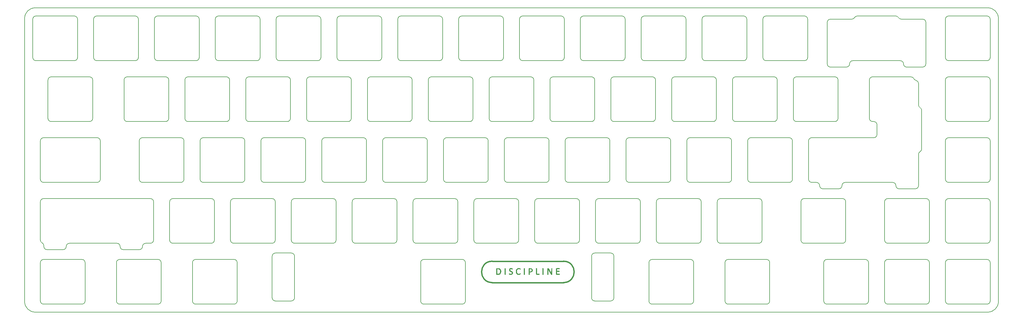
<source format=gbr>
%TF.GenerationSoftware,KiCad,Pcbnew,5.1.10-88a1d61d58~88~ubuntu21.04.1*%
%TF.CreationDate,2021-06-02T23:16:48+02:00*%
%TF.ProjectId,discipline-plate-blocker,64697363-6970-46c6-996e-652d706c6174,rev?*%
%TF.SameCoordinates,Original*%
%TF.FileFunction,Soldermask,Top*%
%TF.FilePolarity,Negative*%
%FSLAX46Y46*%
G04 Gerber Fmt 4.6, Leading zero omitted, Abs format (unit mm)*
G04 Created by KiCad (PCBNEW 5.1.10-88a1d61d58~88~ubuntu21.04.1) date 2021-06-02 23:16:48*
%MOMM*%
%LPD*%
G01*
G04 APERTURE LIST*
%TA.AperFunction,Profile*%
%ADD10C,0.200000*%
%TD*%
%TA.AperFunction,Profile*%
%ADD11C,0.150000*%
%TD*%
%ADD12C,0.400000*%
%ADD13C,0.010000*%
G04 APERTURE END LIST*
D10*
X72709300Y-164998400D02*
X72709300Y-176998400D01*
X58709300Y-164998400D02*
G75*
G02*
X59709300Y-163998400I1000000J0D01*
G01*
X71709300Y-177998400D02*
X59709300Y-177998400D01*
X72709300Y-176998400D02*
G75*
G02*
X71709300Y-177998400I-1000000J0D01*
G01*
X59709300Y-177998400D02*
G75*
G02*
X58709300Y-176998400I0J1000000D01*
G01*
X59709300Y-163998400D02*
X71709300Y-163998400D01*
X71709300Y-163998400D02*
G75*
G02*
X72709300Y-164998400I0J-1000000D01*
G01*
X58709300Y-176998400D02*
X58709300Y-164998400D01*
X96519300Y-164998400D02*
X96519300Y-176998400D01*
X82519300Y-164998400D02*
G75*
G02*
X83519300Y-163998400I1000000J0D01*
G01*
X95519300Y-177998400D02*
X83519300Y-177998400D01*
X96519300Y-176998400D02*
G75*
G02*
X95519300Y-177998400I-1000000J0D01*
G01*
X83519300Y-177998400D02*
G75*
G02*
X82519300Y-176998400I0J1000000D01*
G01*
X83519300Y-163998400D02*
X95519300Y-163998400D01*
X95519300Y-163998400D02*
G75*
G02*
X96519300Y-164998400I0J-1000000D01*
G01*
X82519300Y-176998400D02*
X82519300Y-164998400D01*
X120329300Y-164998400D02*
X120329300Y-176998400D01*
X106329300Y-164998400D02*
G75*
G02*
X107329300Y-163998400I1000000J0D01*
G01*
X119329300Y-177998400D02*
X107329300Y-177998400D01*
X120329300Y-176998400D02*
G75*
G02*
X119329300Y-177998400I-1000000J0D01*
G01*
X107329300Y-177998400D02*
G75*
G02*
X106329300Y-176998400I0J1000000D01*
G01*
X107329300Y-163998400D02*
X119329300Y-163998400D01*
X119329300Y-163998400D02*
G75*
G02*
X120329300Y-164998400I0J-1000000D01*
G01*
X106329300Y-176998400D02*
X106329300Y-164998400D01*
X191769300Y-164998400D02*
X191769300Y-176998400D01*
X177769300Y-164998400D02*
G75*
G02*
X178769300Y-163998400I1000000J0D01*
G01*
X190769300Y-177998400D02*
X178769300Y-177998400D01*
X191769300Y-176998400D02*
G75*
G02*
X190769300Y-177998400I-1000000J0D01*
G01*
X178769300Y-177998400D02*
G75*
G02*
X177769300Y-176998400I0J1000000D01*
G01*
X178769300Y-163998400D02*
X190769300Y-163998400D01*
X190769300Y-163998400D02*
G75*
G02*
X191769300Y-164998400I0J-1000000D01*
G01*
X177769300Y-176998400D02*
X177769300Y-164998400D01*
X263239300Y-164998400D02*
X263239300Y-176998400D01*
X249239300Y-164998400D02*
G75*
G02*
X250239300Y-163998400I1000000J0D01*
G01*
X262239300Y-177998400D02*
X250239300Y-177998400D01*
X263239300Y-176998400D02*
G75*
G02*
X262239300Y-177998400I-1000000J0D01*
G01*
X250239300Y-177998400D02*
G75*
G02*
X249239300Y-176998400I0J1000000D01*
G01*
X250239300Y-163998400D02*
X262239300Y-163998400D01*
X262239300Y-163998400D02*
G75*
G02*
X263239300Y-164998400I0J-1000000D01*
G01*
X249239300Y-176998400D02*
X249239300Y-164998400D01*
X287049300Y-164998400D02*
X287049300Y-176998400D01*
X273049300Y-164998400D02*
G75*
G02*
X274049300Y-163998400I1000000J0D01*
G01*
X286049300Y-177998400D02*
X274049300Y-177998400D01*
X287049300Y-176998400D02*
G75*
G02*
X286049300Y-177998400I-1000000J0D01*
G01*
X274049300Y-177998400D02*
G75*
G02*
X273049300Y-176998400I0J1000000D01*
G01*
X274049300Y-163998400D02*
X286049300Y-163998400D01*
X286049300Y-163998400D02*
G75*
G02*
X287049300Y-164998400I0J-1000000D01*
G01*
X273049300Y-176998400D02*
X273049300Y-164998400D01*
X299216800Y-126898400D02*
G75*
G02*
X300216800Y-125898400I1000000J0D01*
G01*
X331266800Y-106848400D02*
X319266799Y-106848400D01*
X320648050Y-124898400D02*
X320648050Y-121848400D01*
X320648050Y-124898400D02*
G75*
G02*
X319648050Y-125898400I-1000000J0D01*
G01*
X319648050Y-120848400D02*
G75*
G02*
X320648050Y-121848400I0J-1000000D01*
G01*
X319266799Y-120848400D02*
G75*
G02*
X318266799Y-119848400I0J1000000D01*
G01*
X299216800Y-126898400D02*
X299216800Y-138898400D01*
X319266799Y-120848400D02*
X319648050Y-120848400D01*
X334648050Y-129373400D02*
X334648050Y-117373400D01*
X332167637Y-107414244D02*
G75*
G03*
X332858263Y-107957744I900838J434156D01*
G01*
X334148050Y-130239425D02*
G75*
G03*
X333648050Y-131105450I500000J-866025D01*
G01*
X300216800Y-139898400D02*
X301685050Y-139898400D01*
X300216800Y-125898400D02*
X319648050Y-125898400D01*
X333648050Y-140898400D02*
X333648050Y-131105450D01*
X327566004Y-141897090D02*
G75*
G02*
X326566003Y-140897089I0J1000001D01*
G01*
X334648050Y-129373400D02*
G75*
G02*
X334148050Y-130239425I-1000000J0D01*
G01*
X303689997Y-141898388D02*
G75*
G02*
X302685050Y-140898400I-4947J999988D01*
G01*
X333648050Y-140898400D02*
G75*
G02*
X332648050Y-141898400I-1000000J0D01*
G01*
X303689991Y-141897089D02*
X308689994Y-141897089D01*
X309689994Y-140897089D02*
G75*
G02*
X308689994Y-141897089I-1000000J0D01*
G01*
X300216800Y-139898400D02*
G75*
G02*
X299216800Y-138898400I0J1000000D01*
G01*
X332858263Y-107957744D02*
G75*
G02*
X333648050Y-108935400I-210213J-977656D01*
G01*
X318266799Y-107848400D02*
X318266799Y-119848400D01*
X326566003Y-140897089D02*
G75*
G03*
X325566003Y-139897089I-1000000J0D01*
G01*
X334148050Y-116507375D02*
G75*
G02*
X334648050Y-117373400I-500000J-866025D01*
G01*
X310689995Y-139897088D02*
G75*
G03*
X309689994Y-140897089I0J-1000001D01*
G01*
X302685050Y-140898400D02*
G75*
G03*
X301685050Y-139898400I-1000000J0D01*
G01*
X310689995Y-139897088D02*
X325566003Y-139897089D01*
X333648049Y-115641349D02*
G75*
G03*
X334148050Y-116507375I1000001J0D01*
G01*
X327566004Y-141897090D02*
X332648050Y-141898400D01*
X331266800Y-106848401D02*
G75*
G02*
X332167637Y-107414244I0J-999999D01*
G01*
X318266799Y-107848400D02*
G75*
G02*
X319266799Y-106848400I1000000J0D01*
G01*
X302685050Y-140898400D02*
X302685050Y-140898400D01*
X333648050Y-115641349D02*
X333648050Y-108935400D01*
X82673550Y-158948400D02*
G75*
G02*
X83673550Y-159948400I0J-1000000D01*
G01*
X59797549Y-159948400D02*
X59797549Y-159727846D01*
X66797550Y-159948400D02*
G75*
G02*
X67797550Y-158948400I1000000J0D01*
G01*
X59710550Y-144948400D02*
X93141800Y-144948400D01*
X84673550Y-160948400D02*
G75*
G02*
X83673550Y-159948400I0J1000000D01*
G01*
X94141800Y-157948400D02*
G75*
G02*
X93141800Y-158948400I-1000000J0D01*
G01*
X60797549Y-160948399D02*
X65797550Y-160948399D01*
X66797550Y-159948400D02*
G75*
G02*
X65797550Y-160948400I-1000000J0D01*
G01*
X58710550Y-145948399D02*
X58710550Y-157948400D01*
X83673550Y-159948400D02*
X83673550Y-159948400D01*
X59254050Y-158838123D02*
G75*
G02*
X59797550Y-159727846I-456500J-889723D01*
G01*
X94141800Y-145948399D02*
X94141800Y-157948400D01*
X66797550Y-159948400D02*
X66797550Y-159948400D01*
X58710550Y-145948399D02*
G75*
G02*
X59710550Y-144948399I1000000J0D01*
G01*
X90673550Y-159948400D02*
G75*
G02*
X89673550Y-160948400I-1000000J0D01*
G01*
X90673550Y-159948400D02*
G75*
G02*
X91673550Y-158948400I1000000J0D01*
G01*
X67797550Y-158948399D02*
X82673550Y-158948399D01*
X93141800Y-144948399D02*
G75*
G02*
X94141800Y-145948399I0J-1000000D01*
G01*
X90673550Y-159948400D02*
X90673550Y-159948400D01*
X84673550Y-160948399D02*
X89673550Y-160948399D01*
X91673550Y-158948399D02*
X93141800Y-158948399D01*
X60797549Y-160948400D02*
G75*
G02*
X59797549Y-159948400I0J1000000D01*
G01*
X59254050Y-158838123D02*
G75*
G02*
X58710550Y-157948400I456500J889723D01*
G01*
X356079300Y-119848400D02*
G75*
G02*
X355079300Y-120848400I-1000000J0D01*
G01*
X356079300Y-100798400D02*
G75*
G02*
X355079300Y-101798400I-1000000J0D01*
G01*
X160816800Y-138898400D02*
G75*
G02*
X159816800Y-139898400I-1000000J0D01*
G01*
X155054300Y-106848400D02*
G75*
G02*
X156054300Y-107848400I0J-1000000D01*
G01*
X137273050Y-161998400D02*
G75*
G02*
X138273050Y-162998400I0J-1000000D01*
G01*
X284929300Y-88798400D02*
G75*
G02*
X285929300Y-87798400I1000000J0D01*
G01*
X132273050Y-161998400D02*
X137273050Y-161998400D01*
X75379300Y-100798400D02*
X75379300Y-88798400D01*
X307454300Y-120848400D02*
X295454300Y-120848400D01*
X131273050Y-175998400D02*
X131273050Y-162998400D01*
X138273050Y-162998400D02*
X138273050Y-175998400D01*
X100191800Y-158948400D02*
G75*
G02*
X99191800Y-157948400I0J1000000D01*
G01*
X112191800Y-158948400D02*
X100191800Y-158948400D01*
X221729300Y-101798400D02*
X209729300Y-101798400D01*
X131273050Y-162998400D02*
G75*
G02*
X132273050Y-161998400I1000000J0D01*
G01*
X146529300Y-88798400D02*
X146529300Y-100798400D01*
X231254300Y-106848400D02*
G75*
G02*
X232254300Y-107848400I0J-1000000D01*
G01*
X132529300Y-88798400D02*
G75*
G02*
X133529300Y-87798400I1000000J0D01*
G01*
X89379300Y-88798400D02*
X89379300Y-100798400D01*
X128766800Y-125898400D02*
X140766800Y-125898400D01*
X143054300Y-106848400D02*
X155054300Y-106848400D01*
X62091800Y-106848400D02*
X74091800Y-106848400D01*
X140766800Y-125898400D02*
G75*
G02*
X141766800Y-126898400I0J-1000000D01*
G01*
X356079300Y-145948400D02*
X356079300Y-157948400D01*
X127766800Y-126898400D02*
G75*
G02*
X128766800Y-125898400I1000000J0D01*
G01*
X232254300Y-107848400D02*
X232254300Y-119848400D01*
X245541800Y-158948400D02*
X233541800Y-158948400D01*
X355079300Y-139898400D02*
X343079300Y-139898400D01*
X236016800Y-139898400D02*
X224016800Y-139898400D01*
X356079300Y-88798400D02*
X356079300Y-100798400D01*
X137291800Y-145948400D02*
G75*
G02*
X138291800Y-144948400I1000000J0D01*
G01*
X255066800Y-139898400D02*
X243066800Y-139898400D01*
X343079300Y-101798400D02*
G75*
G02*
X342079300Y-100798400I0J1000000D01*
G01*
X137273050Y-176998400D02*
X132273050Y-176998400D01*
X137291800Y-157948400D02*
X137291800Y-145948400D01*
X256066800Y-126898400D02*
X256066800Y-138898400D01*
X337029300Y-145948400D02*
X337029300Y-157948400D01*
X119241800Y-158948400D02*
G75*
G02*
X118241800Y-157948400I0J1000000D01*
G01*
X56329300Y-88798400D02*
G75*
G02*
X57329300Y-87798400I1000000J0D01*
G01*
X335942300Y-102798400D02*
G75*
G02*
X334942300Y-103798400I-1000000J0D01*
G01*
X342079300Y-138898400D02*
X342079300Y-126898400D01*
X231279300Y-175998400D02*
X231279300Y-162998400D01*
X150291799Y-158948400D02*
X138291800Y-158948400D01*
X197916800Y-139898400D02*
X185916800Y-139898400D01*
X203966800Y-138898400D02*
X203966800Y-126898400D01*
X138291800Y-158948400D02*
G75*
G02*
X137291800Y-157948400I0J1000000D01*
G01*
X124004300Y-120848400D02*
G75*
G02*
X123004300Y-119848400I0J1000000D01*
G01*
X76379300Y-87798400D02*
X88379300Y-87798400D01*
X104954300Y-120848400D02*
G75*
G02*
X103954300Y-119848400I0J1000000D01*
G01*
X285929300Y-101798400D02*
G75*
G02*
X284929300Y-100798400I0J1000000D01*
G01*
X243066800Y-139898400D02*
G75*
G02*
X242066800Y-138898400I0J1000000D01*
G01*
X343079300Y-158948400D02*
G75*
G02*
X342079300Y-157948400I0J1000000D01*
G01*
X309835550Y-144948400D02*
G75*
G02*
X310835550Y-145948400I0J-1000000D01*
G01*
X117954300Y-107848400D02*
X117954300Y-119848400D01*
X175391800Y-145948400D02*
G75*
G02*
X176391800Y-144948400I1000000J0D01*
G01*
X342079300Y-100798400D02*
X342079300Y-88798400D01*
X114479299Y-87798400D02*
X126479300Y-87798400D01*
X342079300Y-88798400D02*
G75*
G02*
X343079300Y-87798400I1000000J0D01*
G01*
X75379300Y-88798400D02*
G75*
G02*
X76379300Y-87798400I1000000J0D01*
G01*
X238304300Y-120848400D02*
G75*
G02*
X237304300Y-119848400I0J1000000D01*
G01*
X126479300Y-87798400D02*
G75*
G02*
X127479300Y-88798400I0J-1000000D01*
G01*
X243066800Y-125898400D02*
X255066800Y-125898400D01*
X133529300Y-87798400D02*
X145529300Y-87798400D01*
X175391800Y-157948400D02*
X175391800Y-145948400D01*
X132241800Y-145948400D02*
X132241800Y-157948400D01*
X311066300Y-103798400D02*
X306066300Y-103798400D01*
X145529300Y-87798400D02*
G75*
G02*
X146529300Y-88798400I0J-1000000D01*
G01*
X145529300Y-101798400D02*
X133529300Y-101798400D01*
X127479300Y-100798400D02*
G75*
G02*
X126479300Y-101798400I-1000000J0D01*
G01*
X326504300Y-87798400D02*
G75*
G02*
X327370325Y-88298400I0J-1000000D01*
G01*
X327942300Y-101798400D02*
G75*
G02*
X328942300Y-102798400I0J-1000000D01*
G01*
X305066300Y-89798400D02*
G75*
G02*
X306066300Y-88798400I1000000J0D01*
G01*
X355079300Y-144948400D02*
G75*
G02*
X356079300Y-145948400I0J-1000000D01*
G01*
X223016800Y-138898400D02*
X223016800Y-126898400D01*
X237279300Y-176998400D02*
X232279300Y-176998400D01*
X216966800Y-139898400D02*
X204966800Y-139898400D01*
X185916800Y-125898400D02*
X197916800Y-125898400D01*
X127479299Y-88798400D02*
X127479300Y-100798400D01*
X126479300Y-101798400D02*
X114479299Y-101798400D01*
X119241800Y-144948400D02*
X131241800Y-144948400D01*
X296835550Y-157948400D02*
X296835550Y-145948400D01*
X296835550Y-145948400D02*
G75*
G02*
X297835550Y-144948400I1000000J0D01*
G01*
X342079300Y-126898400D02*
G75*
G02*
X343079300Y-125898400I1000000J0D01*
G01*
X70329299Y-88798400D02*
X70329300Y-100798400D01*
X281166800Y-139898400D02*
G75*
G02*
X280166800Y-138898400I0J1000000D01*
G01*
X103954300Y-107848400D02*
G75*
G02*
X104954300Y-106848400I1000000J0D01*
G01*
X219254300Y-106848400D02*
X231254300Y-106848400D01*
X208441800Y-157948400D02*
G75*
G02*
X207441800Y-158948400I-1000000J0D01*
G01*
X76473050Y-139898400D02*
X59710550Y-139898400D01*
X123004300Y-107848400D02*
G75*
G02*
X124004300Y-106848400I1000000J0D01*
G01*
X147816800Y-139898400D02*
G75*
G02*
X146816800Y-138898400I0J1000000D01*
G01*
X257354300Y-120848400D02*
G75*
G02*
X256354300Y-119848400I0J1000000D01*
G01*
X122716800Y-138898400D02*
G75*
G02*
X121716800Y-139898400I-1000000J0D01*
G01*
X142054300Y-107848400D02*
G75*
G02*
X143054300Y-106848400I1000000J0D01*
G01*
X159816800Y-125898400D02*
G75*
G02*
X160816800Y-126898400I0J-1000000D01*
G01*
X251304300Y-119848400D02*
G75*
G02*
X250304300Y-120848400I-1000000J0D01*
G01*
X274116800Y-139898400D02*
X262116800Y-139898400D01*
X100191800Y-144948400D02*
X112191800Y-144948400D01*
X85904300Y-120848400D02*
G75*
G02*
X84904300Y-119848400I0J1000000D01*
G01*
X308454300Y-119848400D02*
G75*
G02*
X307454300Y-120848400I-1000000J0D01*
G01*
X214491800Y-144948400D02*
X226491800Y-144948400D01*
X262116800Y-125898400D02*
X274116800Y-125898400D01*
X75091800Y-119848400D02*
G75*
G02*
X74091800Y-120848400I-1000000J0D01*
G01*
X193154300Y-106848400D02*
G75*
G02*
X194154300Y-107848400I0J-1000000D01*
G01*
X108716800Y-138898400D02*
X108716800Y-126898400D01*
X256354300Y-119848400D02*
X256354300Y-107848400D01*
X227779300Y-88798400D02*
G75*
G02*
X228779300Y-87798400I1000000J0D01*
G01*
X250304300Y-106848400D02*
G75*
G02*
X251304300Y-107848400I0J-1000000D01*
G01*
X61091800Y-107848400D02*
G75*
G02*
X62091800Y-106848400I1000000J0D01*
G01*
X109716800Y-139898400D02*
G75*
G02*
X108716800Y-138898400I0J1000000D01*
G01*
X89379300Y-100798400D02*
G75*
G02*
X88379300Y-101798400I-1000000J0D01*
G01*
X151579300Y-100798400D02*
X151579300Y-88798400D01*
X88379300Y-101798400D02*
X76379300Y-101798400D01*
X190679300Y-101798400D02*
G75*
G02*
X189679300Y-100798400I0J1000000D01*
G01*
X281166800Y-125898400D02*
X293166800Y-125898400D01*
X323029300Y-176998400D02*
X323029300Y-164998400D01*
X260829300Y-88798400D02*
X260829300Y-100798400D01*
X208441800Y-145948400D02*
X208441800Y-157948400D01*
X121716800Y-139898400D02*
X109716800Y-139898400D01*
X209729300Y-101798400D02*
G75*
G02*
X208729300Y-100798400I0J1000000D01*
G01*
X279879300Y-88798400D02*
X279879300Y-100798400D01*
X183629299Y-87798400D02*
G75*
G02*
X184629299Y-88798400I0J-1000000D01*
G01*
X269354300Y-106848400D02*
G75*
G02*
X270354300Y-107848400I0J-1000000D01*
G01*
X316979300Y-177998400D02*
X304979300Y-177998400D01*
X237304300Y-119848400D02*
X237304300Y-107848400D01*
X95429300Y-101798400D02*
G75*
G02*
X94429300Y-100798400I0J1000000D01*
G01*
X297929300Y-87798400D02*
G75*
G02*
X298929300Y-88798400I0J-1000000D01*
G01*
X141766800Y-126898400D02*
X141766800Y-138898400D01*
X232254300Y-119848400D02*
G75*
G02*
X231254300Y-120848400I-1000000J0D01*
G01*
X227491800Y-157948400D02*
G75*
G02*
X226491800Y-158948400I-1000000J0D01*
G01*
X232541800Y-157948400D02*
X232541800Y-145948400D01*
X169341800Y-144948400D02*
G75*
G02*
X170341800Y-145948400I0J-1000000D01*
G01*
X270641800Y-145948400D02*
G75*
G02*
X271641800Y-144948400I1000000J0D01*
G01*
X76379300Y-101798400D02*
G75*
G02*
X75379300Y-100798400I0J1000000D01*
G01*
X270641800Y-157948400D02*
X270641800Y-145948400D01*
X189391800Y-157948400D02*
G75*
G02*
X188391800Y-158948400I-1000000J0D01*
G01*
X227491800Y-145948400D02*
X227491800Y-157948400D01*
X132273050Y-176998400D02*
G75*
G02*
X131273050Y-175998400I0J1000000D01*
G01*
X62091800Y-120848400D02*
G75*
G02*
X61091800Y-119848400I0J1000000D01*
G01*
X342079300Y-107848400D02*
G75*
G02*
X343079300Y-106848400I1000000J0D01*
G01*
X137004300Y-119848400D02*
G75*
G02*
X136004300Y-120848400I-1000000J0D01*
G01*
X342079300Y-164998400D02*
G75*
G02*
X343079300Y-163998400I1000000J0D01*
G01*
X336029300Y-163998400D02*
G75*
G02*
X337029300Y-164998400I0J-1000000D01*
G01*
X99191800Y-157948400D02*
X99191800Y-145948400D01*
X156341800Y-157948400D02*
X156341800Y-145948400D01*
X240779300Y-101798400D02*
X228779300Y-101798400D01*
X188391800Y-144948400D02*
G75*
G02*
X189391800Y-145948400I0J-1000000D01*
G01*
X203679300Y-100798400D02*
G75*
G02*
X202679300Y-101798400I-1000000J0D01*
G01*
X251591800Y-157948400D02*
X251591800Y-145948400D01*
X264591800Y-158948400D02*
X252591800Y-158948400D01*
X356079300Y-176998400D02*
G75*
G02*
X355079300Y-177998400I-1000000J0D01*
G01*
X275116800Y-126898400D02*
X275116800Y-138898400D01*
X232541800Y-145948400D02*
G75*
G02*
X233541800Y-144948400I1000000J0D01*
G01*
X307454300Y-106848400D02*
G75*
G02*
X308454300Y-107848400I0J-1000000D01*
G01*
X58710550Y-126898400D02*
G75*
G02*
X59710550Y-125898400I1000000J0D01*
G01*
X157341800Y-144948400D02*
X169341800Y-144948400D01*
X336029300Y-177998400D02*
X324029300Y-177998400D01*
X342079300Y-119848400D02*
X342079300Y-107848400D01*
X250304300Y-120848400D02*
X238304300Y-120848400D01*
X257354300Y-106848400D02*
X269354300Y-106848400D01*
X136004300Y-120848400D02*
X124004300Y-120848400D01*
X275116800Y-138898400D02*
G75*
G02*
X274116800Y-139898400I-1000000J0D01*
G01*
X156054300Y-107848400D02*
X156054300Y-119848400D01*
X138273050Y-175998400D02*
G75*
G02*
X137273050Y-176998400I-1000000J0D01*
G01*
X212204300Y-120848400D02*
X200204300Y-120848400D01*
X165866800Y-138898400D02*
X165866800Y-126898400D01*
X280166800Y-138898400D02*
X280166800Y-126898400D01*
X95429300Y-87798400D02*
X107429300Y-87798400D01*
X222729300Y-88798400D02*
X222729300Y-100798400D01*
X271641800Y-158948400D02*
G75*
G02*
X270641800Y-157948400I0J1000000D01*
G01*
X107429300Y-87798400D02*
G75*
G02*
X108429300Y-88798400I0J-1000000D01*
G01*
X293166800Y-125898400D02*
G75*
G02*
X294166800Y-126898400I0J-1000000D01*
G01*
X179866800Y-138898400D02*
G75*
G02*
X178866800Y-139898400I-1000000J0D01*
G01*
X246541800Y-145948400D02*
X246541800Y-157948400D01*
X303979300Y-164998400D02*
G75*
G02*
X304979300Y-163998400I1000000J0D01*
G01*
X165579300Y-88798400D02*
X165579300Y-100798400D01*
X61091800Y-119848400D02*
X61091800Y-107848400D01*
X256354300Y-107848400D02*
G75*
G02*
X257354300Y-106848400I1000000J0D01*
G01*
X213491800Y-157948400D02*
X213491800Y-145948400D01*
X194441800Y-145948400D02*
G75*
G02*
X195441800Y-144948400I1000000J0D01*
G01*
X146816800Y-126898400D02*
G75*
G02*
X147816800Y-125898400I1000000J0D01*
G01*
X233541800Y-158948400D02*
G75*
G02*
X232541800Y-157948400I0J1000000D01*
G01*
X176391800Y-144948400D02*
X188391800Y-144948400D01*
X209729300Y-87798400D02*
X221729300Y-87798400D01*
X127766800Y-138898400D02*
X127766800Y-126898400D01*
X194154300Y-119848400D02*
G75*
G02*
X193154300Y-120848400I-1000000J0D01*
G01*
X356079300Y-164998400D02*
X356079300Y-176998400D01*
X178866800Y-139898400D02*
X166866800Y-139898400D01*
X102666800Y-139898400D02*
X90666800Y-139898400D01*
X356079300Y-107848400D02*
X356079300Y-119848400D01*
X94429300Y-88798400D02*
G75*
G02*
X95429300Y-87798400I1000000J0D01*
G01*
X113191800Y-145948400D02*
X113191800Y-157948400D01*
X355079300Y-106848400D02*
G75*
G02*
X356079300Y-107848400I0J-1000000D01*
G01*
X156341800Y-145948400D02*
G75*
G02*
X157341800Y-144948400I1000000J0D01*
G01*
X98904300Y-119848400D02*
G75*
G02*
X97904300Y-120848400I-1000000J0D01*
G01*
X228779300Y-101798400D02*
G75*
G02*
X227779300Y-100798400I0J1000000D01*
G01*
X246541800Y-157948400D02*
G75*
G02*
X245541800Y-158948400I-1000000J0D01*
G01*
X170341800Y-145948400D02*
X170341800Y-157948400D01*
X259829300Y-87798400D02*
G75*
G02*
X260829300Y-88798400I0J-1000000D01*
G01*
X304979300Y-177998400D02*
G75*
G02*
X303979300Y-176998400I0J1000000D01*
G01*
X102666800Y-125898400D02*
G75*
G02*
X103666800Y-126898400I0J-1000000D01*
G01*
X103666800Y-138898400D02*
G75*
G02*
X102666800Y-139898400I-1000000J0D01*
G01*
X343079300Y-177998400D02*
G75*
G02*
X342079300Y-176998400I0J1000000D01*
G01*
X74091800Y-120848400D02*
X62091800Y-120848400D01*
X140766800Y-139898400D02*
X128766800Y-139898400D01*
X343079300Y-163998400D02*
X355079300Y-163998400D01*
X109716800Y-125898400D02*
X121716800Y-125898400D01*
X77473050Y-126898400D02*
X77473050Y-138898400D01*
X165866800Y-126898400D02*
G75*
G02*
X166866800Y-125898400I1000000J0D01*
G01*
X162104300Y-106848400D02*
X174104300Y-106848400D01*
X85904300Y-106848400D02*
X97904300Y-106848400D01*
X89666800Y-126898400D02*
G75*
G02*
X90666800Y-125898400I1000000J0D01*
G01*
X199204300Y-107848400D02*
G75*
G02*
X200204300Y-106848400I1000000J0D01*
G01*
X112191800Y-144948400D02*
G75*
G02*
X113191800Y-145948400I0J-1000000D01*
G01*
X84904300Y-107848400D02*
G75*
G02*
X85904300Y-106848400I1000000J0D01*
G01*
X285929300Y-87798400D02*
X297929300Y-87798400D01*
X226491800Y-158948400D02*
X214491800Y-158948400D01*
X174104300Y-120848400D02*
X162104300Y-120848400D01*
X113191800Y-157948400D02*
G75*
G02*
X112191800Y-158948400I-1000000J0D01*
G01*
X337029300Y-164998400D02*
X337029300Y-176998400D01*
X189679300Y-88798400D02*
G75*
G02*
X190679300Y-87798400I1000000J0D01*
G01*
X189391800Y-145948400D02*
X189391800Y-157948400D01*
X245541800Y-144948400D02*
G75*
G02*
X246541800Y-145948400I0J-1000000D01*
G01*
X59710550Y-125898400D02*
X76473050Y-125898400D01*
X298929300Y-88798400D02*
X298929300Y-100798400D01*
X293166800Y-139898400D02*
X281166800Y-139898400D01*
X157341800Y-158948400D02*
G75*
G02*
X156341800Y-157948400I0J1000000D01*
G01*
X174104300Y-106848400D02*
G75*
G02*
X175104300Y-107848400I0J-1000000D01*
G01*
X108716800Y-126898400D02*
G75*
G02*
X109716800Y-125898400I1000000J0D01*
G01*
X179866800Y-126898400D02*
X179866800Y-138898400D01*
X77473050Y-138898400D02*
G75*
G02*
X76473050Y-139898400I-1000000J0D01*
G01*
X200204300Y-120848400D02*
G75*
G02*
X199204300Y-119848400I0J1000000D01*
G01*
X213491800Y-145948400D02*
G75*
G02*
X214491800Y-144948400I1000000J0D01*
G01*
X219254300Y-120848400D02*
G75*
G02*
X218254300Y-119848400I0J1000000D01*
G01*
X278879300Y-87798400D02*
G75*
G02*
X279879300Y-88798400I0J-1000000D01*
G01*
X74091800Y-106848400D02*
G75*
G02*
X75091800Y-107848400I0J-1000000D01*
G01*
X190679300Y-87798400D02*
X202679300Y-87798400D01*
X89666800Y-138898400D02*
X89666800Y-126898400D01*
X317979300Y-164998400D02*
X317979300Y-176998400D01*
X238304300Y-106848400D02*
X250304300Y-106848400D01*
X84904300Y-119848400D02*
X84904300Y-107848400D01*
X195441800Y-158948400D02*
G75*
G02*
X194441800Y-157948400I0J1000000D01*
G01*
X262116800Y-139898400D02*
G75*
G02*
X261116800Y-138898400I0J1000000D01*
G01*
X233541800Y-144948400D02*
X245541800Y-144948400D01*
X270354300Y-119848400D02*
G75*
G02*
X269354300Y-120848400I-1000000J0D01*
G01*
X98904300Y-107848400D02*
X98904300Y-119848400D01*
X280166800Y-126898400D02*
G75*
G02*
X281166800Y-125898400I1000000J0D01*
G01*
X123004300Y-119848400D02*
X123004300Y-107848400D01*
X189679300Y-100798400D02*
X189679300Y-88798400D01*
X294454300Y-107848400D02*
G75*
G02*
X295454300Y-106848400I1000000J0D01*
G01*
X261116800Y-138898400D02*
X261116800Y-126898400D01*
X226491800Y-144948400D02*
G75*
G02*
X227491800Y-145948400I0J-1000000D01*
G01*
X241779300Y-88798400D02*
X241779300Y-100798400D01*
X317979300Y-176998400D02*
G75*
G02*
X316979300Y-177998400I-1000000J0D01*
G01*
X259829300Y-101798400D02*
X247829300Y-101798400D01*
X265591800Y-157948400D02*
G75*
G02*
X264591800Y-158948400I-1000000J0D01*
G01*
X107429300Y-101798400D02*
X95429300Y-101798400D01*
X207441800Y-144948400D02*
G75*
G02*
X208441800Y-145948400I0J-1000000D01*
G01*
X283641800Y-158948400D02*
X271641800Y-158948400D01*
X252591800Y-158948400D02*
G75*
G02*
X251591800Y-157948400I0J1000000D01*
G01*
X294166800Y-126898400D02*
X294166800Y-138898400D01*
X208729300Y-88798400D02*
G75*
G02*
X209729300Y-87798400I1000000J0D01*
G01*
X247829300Y-101798400D02*
G75*
G02*
X246829300Y-100798400I0J1000000D01*
G01*
X103666800Y-126898400D02*
X103666800Y-138898400D01*
X169341800Y-158948400D02*
X157341800Y-158948400D01*
X269354300Y-120848400D02*
X257354300Y-120848400D01*
X284641800Y-157948400D02*
G75*
G02*
X283641800Y-158948400I-1000000J0D01*
G01*
X161104300Y-107848400D02*
G75*
G02*
X162104300Y-106848400I1000000J0D01*
G01*
X108429300Y-88798400D02*
X108429300Y-100798400D01*
X136004300Y-106848400D02*
G75*
G02*
X137004300Y-107848400I0J-1000000D01*
G01*
X208729300Y-100798400D02*
X208729300Y-88798400D01*
X178866800Y-125898400D02*
G75*
G02*
X179866800Y-126898400I0J-1000000D01*
G01*
X343079300Y-106848400D02*
X355079300Y-106848400D01*
X294454300Y-119848400D02*
X294454300Y-107848400D01*
X97904300Y-106848400D02*
G75*
G02*
X98904300Y-107848400I0J-1000000D01*
G01*
X199204300Y-119848400D02*
X199204300Y-107848400D01*
X270354300Y-107848400D02*
X270354300Y-119848400D01*
X170341800Y-157948400D02*
G75*
G02*
X169341800Y-158948400I-1000000J0D01*
G01*
X75091800Y-107848400D02*
X75091800Y-119848400D01*
X246829300Y-88798400D02*
G75*
G02*
X247829300Y-87798400I1000000J0D01*
G01*
X166866800Y-125898400D02*
X178866800Y-125898400D01*
X203679300Y-88798400D02*
X203679300Y-100798400D01*
X146816800Y-138898400D02*
X146816800Y-126898400D01*
X124004300Y-106848400D02*
X136004300Y-106848400D01*
X181154300Y-120848400D02*
G75*
G02*
X180154300Y-119848400I0J1000000D01*
G01*
X227779300Y-100798400D02*
X227779300Y-88798400D01*
X76473050Y-125898400D02*
G75*
G02*
X77473050Y-126898400I0J-1000000D01*
G01*
X152579300Y-87798400D02*
X164579300Y-87798400D01*
X212204300Y-106848400D02*
G75*
G02*
X213204300Y-107848400I0J-1000000D01*
G01*
X90666800Y-125898400D02*
X102666800Y-125898400D01*
X99191800Y-145948400D02*
G75*
G02*
X100191800Y-144948400I1000000J0D01*
G01*
X161104300Y-119848400D02*
X161104300Y-107848400D01*
X121716800Y-125898400D02*
G75*
G02*
X122716800Y-126898400I0J-1000000D01*
G01*
X241779300Y-100798400D02*
G75*
G02*
X240779300Y-101798400I-1000000J0D01*
G01*
X240779300Y-87798400D02*
G75*
G02*
X241779300Y-88798400I0J-1000000D01*
G01*
X151579300Y-88798400D02*
G75*
G02*
X152579300Y-87798400I1000000J0D01*
G01*
X176391800Y-158948400D02*
G75*
G02*
X175391800Y-157948400I0J1000000D01*
G01*
X108429300Y-100798400D02*
G75*
G02*
X107429300Y-101798400I-1000000J0D01*
G01*
X213204300Y-119848400D02*
G75*
G02*
X212204300Y-120848400I-1000000J0D01*
G01*
X261116800Y-126898400D02*
G75*
G02*
X262116800Y-125898400I1000000J0D01*
G01*
X295454300Y-120848400D02*
G75*
G02*
X294454300Y-119848400I0J1000000D01*
G01*
X343079300Y-120848400D02*
G75*
G02*
X342079300Y-119848400I0J1000000D01*
G01*
X166866800Y-139898400D02*
G75*
G02*
X165866800Y-138898400I0J1000000D01*
G01*
X218254300Y-119848400D02*
X218254300Y-107848400D01*
X284641800Y-145948400D02*
X284641800Y-157948400D01*
X164579300Y-101798400D02*
X152579300Y-101798400D01*
X304979300Y-163998400D02*
X316979300Y-163998400D01*
X355079300Y-177998400D02*
X343079300Y-177998400D01*
X252591800Y-144948400D02*
X264591800Y-144948400D01*
X159816800Y-139898400D02*
X147816800Y-139898400D01*
X122716800Y-126898400D02*
X122716800Y-138898400D01*
X180154300Y-119848400D02*
X180154300Y-107848400D01*
X195441800Y-144948400D02*
X207441800Y-144948400D01*
X294166800Y-138898400D02*
G75*
G02*
X293166800Y-139898400I-1000000J0D01*
G01*
X160816800Y-126898400D02*
X160816800Y-138898400D01*
X247829300Y-87798400D02*
X259829300Y-87798400D01*
X324029300Y-163998400D02*
X336029300Y-163998400D01*
X207441800Y-158948400D02*
X195441800Y-158948400D01*
X155054300Y-120848400D02*
X143054300Y-120848400D01*
X165579300Y-100798400D02*
G75*
G02*
X164579300Y-101798400I-1000000J0D01*
G01*
X295454300Y-106848400D02*
X307454300Y-106848400D01*
X188391800Y-158948400D02*
X176391800Y-158948400D01*
X175104300Y-107848400D02*
X175104300Y-119848400D01*
X308454300Y-107848400D02*
X308454300Y-119848400D01*
X152579300Y-101798400D02*
G75*
G02*
X151579300Y-100798400I0J1000000D01*
G01*
X355079300Y-163998400D02*
G75*
G02*
X356079300Y-164998400I0J-1000000D01*
G01*
X202679300Y-87798400D02*
G75*
G02*
X203679300Y-88798400I0J-1000000D01*
G01*
X58710550Y-138898400D02*
X58710550Y-126898400D01*
X59710550Y-139898400D02*
G75*
G02*
X58710550Y-138898400I0J1000000D01*
G01*
X132529300Y-100798400D02*
X132529300Y-88798400D01*
X180154300Y-107848400D02*
G75*
G02*
X181154300Y-106848400I1000000J0D01*
G01*
X275404300Y-119848400D02*
X275404300Y-107848400D01*
X133529300Y-101798400D02*
G75*
G02*
X132529300Y-100798400I0J1000000D01*
G01*
X69329300Y-101798400D02*
X57329300Y-101798400D01*
X276404300Y-120848400D02*
G75*
G02*
X275404300Y-119848400I0J1000000D01*
G01*
X342079300Y-157948400D02*
X342079300Y-145948400D01*
X138291800Y-144948400D02*
X150291799Y-144948400D01*
X231279300Y-162998400D02*
G75*
G02*
X232279300Y-161998400I1000000J0D01*
G01*
X310835550Y-145948400D02*
X310835550Y-157948400D01*
X198916800Y-138898400D02*
G75*
G02*
X197916800Y-139898400I-1000000J0D01*
G01*
X113479299Y-88798400D02*
G75*
G02*
X114479299Y-87798400I1000000J0D01*
G01*
X237304300Y-107848400D02*
G75*
G02*
X238304300Y-106848400I1000000J0D01*
G01*
X69329300Y-87798401D02*
G75*
G02*
X70329299Y-88798400I0J-999999D01*
G01*
X312066300Y-102798400D02*
G75*
G02*
X313066300Y-101798400I1000000J0D01*
G01*
X194154300Y-107848400D02*
X194154300Y-119848400D01*
X355079300Y-125898400D02*
G75*
G02*
X356079300Y-126898400I0J-1000000D01*
G01*
X310835550Y-157948400D02*
G75*
G02*
X309835550Y-158948400I-1000000J0D01*
G01*
X306066300Y-88798400D02*
X312772249Y-88798400D01*
X305066300Y-102798400D02*
X305066300Y-89798400D01*
X313638275Y-88298400D02*
G75*
G02*
X314504300Y-87798400I866025J-500000D01*
G01*
X197916800Y-125898400D02*
G75*
G02*
X198916800Y-126898400I0J-1000000D01*
G01*
X143054300Y-120848400D02*
G75*
G02*
X142054300Y-119848400I0J1000000D01*
G01*
X323029300Y-157948400D02*
X323029300Y-145948400D01*
X336029300Y-158948400D02*
X324029300Y-158948400D01*
X150291799Y-144948400D02*
G75*
G02*
X151291799Y-145948400I0J-1000000D01*
G01*
X343079300Y-125898400D02*
X355079300Y-125898400D01*
X271641800Y-144948400D02*
X283641800Y-144948400D01*
X298929300Y-100798400D02*
G75*
G02*
X297929300Y-101798400I-1000000J0D01*
G01*
X116954300Y-106848400D02*
G75*
G02*
X117954300Y-107848400I0J-1000000D01*
G01*
X231254300Y-120848400D02*
X219254300Y-120848400D01*
X224016800Y-139898400D02*
G75*
G02*
X223016800Y-138898400I0J1000000D01*
G01*
X217966800Y-126898400D02*
X217966800Y-138898400D01*
X116954300Y-120848400D02*
X104954300Y-120848400D01*
X288404300Y-120848400D02*
X276404300Y-120848400D01*
X266879300Y-101798400D02*
G75*
G02*
X265879300Y-100798400I0J1000000D01*
G01*
X343079300Y-139898400D02*
G75*
G02*
X342079300Y-138898400I0J1000000D01*
G01*
X265879300Y-88798400D02*
G75*
G02*
X266879300Y-87798400I1000000J0D01*
G01*
X265879300Y-100798400D02*
X265879300Y-88798400D01*
X356079300Y-138898400D02*
G75*
G02*
X355079300Y-139898400I-1000000J0D01*
G01*
X237279300Y-161998400D02*
G75*
G02*
X238279300Y-162998400I0J-1000000D01*
G01*
X297929300Y-101798400D02*
X285929300Y-101798400D01*
X264591800Y-144948400D02*
G75*
G02*
X265591800Y-145948400I0J-1000000D01*
G01*
X314504300Y-87798400D02*
X326504299Y-87798400D01*
X223016800Y-126898400D02*
G75*
G02*
X224016800Y-125898400I1000000J0D01*
G01*
X328236350Y-88798400D02*
X334942300Y-88798400D01*
X324029300Y-158948400D02*
G75*
G02*
X323029300Y-157948400I0J1000000D01*
G01*
X313638274Y-88298400D02*
G75*
G02*
X312772249Y-88798400I-866025J500000D01*
G01*
X312066300Y-102798400D02*
G75*
G02*
X311066300Y-103798400I-1000000J0D01*
G01*
X184629299Y-100798400D02*
G75*
G02*
X183629299Y-101798400I-1000000J0D01*
G01*
X156054300Y-119848400D02*
G75*
G02*
X155054300Y-120848400I-1000000J0D01*
G01*
X104954300Y-106848400D02*
X116954300Y-106848400D01*
X316979300Y-163998400D02*
G75*
G02*
X317979300Y-164998400I0J-1000000D01*
G01*
X118241800Y-145948400D02*
G75*
G02*
X119241800Y-144948400I1000000J0D01*
G01*
X323029300Y-145948400D02*
G75*
G02*
X324029300Y-144948400I1000000J0D01*
G01*
X337029300Y-157948400D02*
G75*
G02*
X336029300Y-158948400I-1000000J0D01*
G01*
X329942300Y-103798400D02*
G75*
G02*
X328942300Y-102798400I0J1000000D01*
G01*
X297835550Y-158948400D02*
G75*
G02*
X296835550Y-157948400I0J1000000D01*
G01*
X260829300Y-100798400D02*
G75*
G02*
X259829300Y-101798400I-1000000J0D01*
G01*
X131241800Y-144948400D02*
G75*
G02*
X132241800Y-145948400I0J-1000000D01*
G01*
X57329300Y-101798400D02*
G75*
G02*
X56329300Y-100798400I0J1000000D01*
G01*
X181154300Y-106848400D02*
X193154300Y-106848400D01*
X274116800Y-125898400D02*
G75*
G02*
X275116800Y-126898400I0J-1000000D01*
G01*
X56329300Y-100798400D02*
X56329300Y-88798400D01*
X171629300Y-87798400D02*
X183629299Y-87798400D01*
X118241800Y-157948400D02*
X118241800Y-145948400D01*
X184629299Y-88798400D02*
X184629299Y-100798400D01*
X204966800Y-139898400D02*
G75*
G02*
X203966800Y-138898400I0J1000000D01*
G01*
X204966800Y-125898400D02*
X216966800Y-125898400D01*
X171629300Y-101798400D02*
G75*
G02*
X170629300Y-100798400I0J1000000D01*
G01*
X70329300Y-100798400D02*
G75*
G02*
X69329300Y-101798400I-1000000J0D01*
G01*
X216966800Y-125898400D02*
G75*
G02*
X217966800Y-126898400I0J-1000000D01*
G01*
X113479300Y-100798400D02*
X113479299Y-88798400D01*
X255066800Y-125898400D02*
G75*
G02*
X256066800Y-126898400I0J-1000000D01*
G01*
X284929300Y-100798400D02*
X284929300Y-88798400D01*
X324029300Y-177998400D02*
G75*
G02*
X323029300Y-176998400I0J1000000D01*
G01*
X57329300Y-87798400D02*
X69329300Y-87798401D01*
X194441800Y-157948400D02*
X194441800Y-145948400D01*
X128766800Y-139898400D02*
G75*
G02*
X127766800Y-138898400I0J1000000D01*
G01*
X97904300Y-120848400D02*
X85904300Y-120848400D01*
X137004300Y-107848400D02*
X137004300Y-119848400D01*
X218254300Y-107848400D02*
G75*
G02*
X219254300Y-106848400I1000000J0D01*
G01*
X355079300Y-120848400D02*
X343079300Y-120848400D01*
X246829300Y-100798400D02*
X246829300Y-88798400D01*
X202679300Y-101798400D02*
X190679300Y-101798400D01*
X175104300Y-119848400D02*
G75*
G02*
X174104300Y-120848400I-1000000J0D01*
G01*
X147816800Y-125898400D02*
X159816800Y-125898400D01*
X200204300Y-106848400D02*
X212204300Y-106848400D01*
X94429300Y-100798400D02*
X94429300Y-88798400D01*
X213204300Y-107848400D02*
X213204300Y-119848400D01*
X228779300Y-87798400D02*
X240779300Y-87798400D01*
X214491800Y-158948400D02*
G75*
G02*
X213491800Y-157948400I0J1000000D01*
G01*
X141766800Y-138898400D02*
G75*
G02*
X140766800Y-139898400I-1000000J0D01*
G01*
X303979300Y-176998400D02*
X303979300Y-164998400D01*
X164579300Y-87798400D02*
G75*
G02*
X165579300Y-88798400I0J-1000000D01*
G01*
X162104300Y-120848400D02*
G75*
G02*
X161104300Y-119848400I0J1000000D01*
G01*
X337029300Y-176998400D02*
G75*
G02*
X336029300Y-177998400I-1000000J0D01*
G01*
X184916800Y-138898400D02*
X184916800Y-126898400D01*
X289404300Y-119848400D02*
G75*
G02*
X288404300Y-120848400I-1000000J0D01*
G01*
X323029300Y-164998400D02*
G75*
G02*
X324029300Y-163998400I1000000J0D01*
G01*
X309835550Y-158948400D02*
X297835550Y-158948400D01*
X334942300Y-88798400D02*
G75*
G02*
X335942300Y-89798400I0J-1000000D01*
G01*
X335942300Y-89798400D02*
X335942300Y-102798400D01*
X193154300Y-120848400D02*
X181154300Y-120848400D01*
X238279300Y-175998400D02*
G75*
G02*
X237279300Y-176998400I-1000000J0D01*
G01*
X117954300Y-119848400D02*
G75*
G02*
X116954300Y-120848400I-1000000J0D01*
G01*
X278879300Y-101798400D02*
X266879300Y-101798400D01*
X183629299Y-101798400D02*
X171629300Y-101798400D01*
X217966800Y-138898400D02*
G75*
G02*
X216966800Y-139898400I-1000000J0D01*
G01*
X275404300Y-107848400D02*
G75*
G02*
X276404300Y-106848400I1000000J0D01*
G01*
X222729300Y-100798400D02*
G75*
G02*
X221729300Y-101798400I-1000000J0D01*
G01*
X88379300Y-87798400D02*
G75*
G02*
X89379300Y-88798400I0J-1000000D01*
G01*
X355079300Y-87798400D02*
G75*
G02*
X356079300Y-88798400I0J-1000000D01*
G01*
X289404300Y-107848400D02*
X289404300Y-119848400D01*
X242066800Y-126898400D02*
G75*
G02*
X243066800Y-125898400I1000000J0D01*
G01*
X297835550Y-144948400D02*
X309835550Y-144948400D01*
X232279300Y-161998400D02*
X237279300Y-161998400D01*
X103954300Y-119848400D02*
X103954300Y-107848400D01*
X203966800Y-126898400D02*
G75*
G02*
X204966800Y-125898400I1000000J0D01*
G01*
X170629300Y-100798400D02*
X170629300Y-88798400D01*
X146529300Y-100798400D02*
G75*
G02*
X145529300Y-101798400I-1000000J0D01*
G01*
X114479299Y-101798400D02*
G75*
G02*
X113479299Y-100798400I0J1000000D01*
G01*
X283641800Y-144948400D02*
G75*
G02*
X284641800Y-145948400I0J-1000000D01*
G01*
X224016800Y-125898400D02*
X236016800Y-125898400D01*
X251304300Y-107848400D02*
X251304300Y-119848400D01*
X356079300Y-157948400D02*
G75*
G02*
X355079300Y-158948400I-1000000J0D01*
G01*
X151291799Y-157948400D02*
G75*
G02*
X150291799Y-158948400I-1000000J0D01*
G01*
X265591800Y-145948400D02*
X265591800Y-157948400D01*
X328236350Y-88798400D02*
G75*
G02*
X327370325Y-88298400I0J1000000D01*
G01*
X132241800Y-157948400D02*
G75*
G02*
X131241800Y-158948400I-1000000J0D01*
G01*
X221729300Y-87798400D02*
G75*
G02*
X222729300Y-88798400I0J-1000000D01*
G01*
X90666800Y-139898400D02*
G75*
G02*
X89666800Y-138898400I0J1000000D01*
G01*
X306066300Y-103798400D02*
G75*
G02*
X305066300Y-102798400I0J1000000D01*
G01*
X232279300Y-176998400D02*
G75*
G02*
X231279300Y-175998400I0J1000000D01*
G01*
X256066800Y-138898400D02*
G75*
G02*
X255066800Y-139898400I-1000000J0D01*
G01*
X266879300Y-87798400D02*
X278879300Y-87798400D01*
X356079300Y-126898400D02*
X356079300Y-138898400D01*
X242066800Y-138898400D02*
X242066800Y-126898400D01*
X142054300Y-119848400D02*
X142054300Y-107848400D01*
X170629300Y-88798400D02*
G75*
G02*
X171629300Y-87798400I1000000J0D01*
G01*
X237016800Y-138898400D02*
G75*
G02*
X236016800Y-139898400I-1000000J0D01*
G01*
X276404300Y-106848400D02*
X288404300Y-106848400D01*
X342079300Y-176998400D02*
X342079300Y-164998400D01*
X355079300Y-158948400D02*
X343079300Y-158948400D01*
X251591800Y-145948400D02*
G75*
G02*
X252591800Y-144948400I1000000J0D01*
G01*
X238279300Y-162998400D02*
X238279300Y-175998400D01*
X343079300Y-87798400D02*
X355079300Y-87798400D01*
X355079300Y-101798400D02*
X343079300Y-101798400D01*
X327942300Y-101798400D02*
X313066300Y-101798400D01*
X185916800Y-139898400D02*
G75*
G02*
X184916800Y-138898400I0J1000000D01*
G01*
X184916800Y-126898400D02*
G75*
G02*
X185916800Y-125898400I1000000J0D01*
G01*
X324029300Y-144948400D02*
X336029300Y-144948400D01*
X334942300Y-103798400D02*
X329942300Y-103798400D01*
X151291800Y-145948400D02*
X151291799Y-157948400D01*
X131241800Y-158948400D02*
X119241800Y-158948400D01*
X342079300Y-145948400D02*
G75*
G02*
X343079300Y-144948400I1000000J0D01*
G01*
X343079300Y-144948400D02*
X355079300Y-144948400D01*
X288404300Y-106848400D02*
G75*
G02*
X289404300Y-107848400I0J-1000000D01*
G01*
X279879300Y-100798400D02*
G75*
G02*
X278879300Y-101798400I-1000000J0D01*
G01*
X198916800Y-126898400D02*
X198916800Y-138898400D01*
X237016800Y-126898400D02*
X237016800Y-138898400D01*
X336029300Y-144948400D02*
G75*
G02*
X337029300Y-145948400I0J-1000000D01*
G01*
X236016800Y-125898400D02*
G75*
G02*
X237016800Y-126898400I0J-1000000D01*
G01*
D11*
X355353250Y-180502219D02*
X57076441Y-180502219D01*
X358660309Y-88551809D02*
X358660309Y-177195160D01*
X57073441Y-85244750D02*
X355353250Y-85244750D01*
X53766382Y-177198159D02*
X53766382Y-88551809D01*
X355353250Y-85244750D02*
G75*
G02*
X358660309Y-88551809I0J-3307059D01*
G01*
X358660309Y-177195160D02*
G75*
G02*
X355353250Y-180502219I-3307059J0D01*
G01*
X57076441Y-180502218D02*
G75*
G02*
X53766382Y-177198159I-3000J3307059D01*
G01*
X53766382Y-88551809D02*
G75*
G02*
X57073441Y-85244750I3307059J0D01*
G01*
D12*
X200196856Y-171243610D02*
X222496856Y-171243610D01*
X200216856Y-164563610D02*
X222496856Y-164563610D01*
D13*
G36*
X220908472Y-166744768D02*
G01*
X221044171Y-166747325D01*
X221134479Y-166753014D01*
X221189345Y-166763007D01*
X221218719Y-166778470D01*
X221232551Y-166800574D01*
X221234008Y-166804872D01*
X221240421Y-166883919D01*
X221232715Y-166919139D01*
X221215410Y-166941866D01*
X221176942Y-166957235D01*
X221106562Y-166966597D01*
X220993522Y-166971302D01*
X220827074Y-166972700D01*
X220806328Y-166972710D01*
X220400498Y-166972710D01*
X220409885Y-167274703D01*
X220419272Y-167576695D01*
X220770236Y-167585961D01*
X221121200Y-167595228D01*
X221121200Y-167788906D01*
X220402948Y-167788906D01*
X220402948Y-168505207D01*
X221235468Y-168523481D01*
X221235468Y-168719368D01*
X220728586Y-168728322D01*
X220513131Y-168730347D01*
X220356501Y-168727459D01*
X220252385Y-168719300D01*
X220194472Y-168705511D01*
X220181735Y-168697307D01*
X220169368Y-168652982D01*
X220159095Y-168553705D01*
X220150922Y-168409784D01*
X220144852Y-168231524D01*
X220140890Y-168029234D01*
X220139039Y-167813218D01*
X220139305Y-167593786D01*
X220141691Y-167381242D01*
X220146202Y-167185895D01*
X220152842Y-167018051D01*
X220161614Y-166888016D01*
X220172525Y-166806099D01*
X220180943Y-166783353D01*
X220227198Y-166765965D01*
X220328092Y-166753809D01*
X220487082Y-166746631D01*
X220707624Y-166744179D01*
X220717432Y-166744176D01*
X220908472Y-166744768D01*
G37*
X220908472Y-166744768D02*
X221044171Y-166747325D01*
X221134479Y-166753014D01*
X221189345Y-166763007D01*
X221218719Y-166778470D01*
X221232551Y-166800574D01*
X221234008Y-166804872D01*
X221240421Y-166883919D01*
X221232715Y-166919139D01*
X221215410Y-166941866D01*
X221176942Y-166957235D01*
X221106562Y-166966597D01*
X220993522Y-166971302D01*
X220827074Y-166972700D01*
X220806328Y-166972710D01*
X220400498Y-166972710D01*
X220409885Y-167274703D01*
X220419272Y-167576695D01*
X220770236Y-167585961D01*
X221121200Y-167595228D01*
X221121200Y-167788906D01*
X220402948Y-167788906D01*
X220402948Y-168505207D01*
X221235468Y-168523481D01*
X221235468Y-168719368D01*
X220728586Y-168728322D01*
X220513131Y-168730347D01*
X220356501Y-168727459D01*
X220252385Y-168719300D01*
X220194472Y-168705511D01*
X220181735Y-168697307D01*
X220169368Y-168652982D01*
X220159095Y-168553705D01*
X220150922Y-168409784D01*
X220144852Y-168231524D01*
X220140890Y-168029234D01*
X220139039Y-167813218D01*
X220139305Y-167593786D01*
X220141691Y-167381242D01*
X220146202Y-167185895D01*
X220152842Y-167018051D01*
X220161614Y-166888016D01*
X220172525Y-166806099D01*
X220180943Y-166783353D01*
X220227198Y-166765965D01*
X220328092Y-166753809D01*
X220487082Y-166746631D01*
X220707624Y-166744179D01*
X220717432Y-166744176D01*
X220908472Y-166744768D01*
G36*
X218893469Y-167729668D02*
G01*
X218884825Y-168719368D01*
X218770558Y-168728983D01*
X218677001Y-168723966D01*
X218604877Y-168698738D01*
X218601559Y-168696336D01*
X218571897Y-168657532D01*
X218515597Y-168569183D01*
X218437260Y-168439078D01*
X218341492Y-168275008D01*
X218232895Y-168084762D01*
X218116074Y-167876132D01*
X218104256Y-167854809D01*
X217661685Y-167055546D01*
X217652946Y-167887457D01*
X217644208Y-168719368D01*
X217537621Y-168729635D01*
X217431034Y-168739901D01*
X217439677Y-167750200D01*
X217448321Y-166760499D01*
X217599739Y-166750698D01*
X217700529Y-166750139D01*
X217762906Y-166770679D01*
X217811950Y-166819972D01*
X217844099Y-166869961D01*
X217902235Y-166968548D01*
X217981326Y-167106870D01*
X218076344Y-167276066D01*
X218182259Y-167467272D01*
X218264517Y-167617399D01*
X218656290Y-168335751D01*
X218688938Y-166760499D01*
X218795525Y-166750233D01*
X218902113Y-166739967D01*
X218893469Y-167729668D01*
G37*
X218893469Y-167729668D02*
X218884825Y-168719368D01*
X218770558Y-168728983D01*
X218677001Y-168723966D01*
X218604877Y-168698738D01*
X218601559Y-168696336D01*
X218571897Y-168657532D01*
X218515597Y-168569183D01*
X218437260Y-168439078D01*
X218341492Y-168275008D01*
X218232895Y-168084762D01*
X218116074Y-167876132D01*
X218104256Y-167854809D01*
X217661685Y-167055546D01*
X217652946Y-167887457D01*
X217644208Y-168719368D01*
X217537621Y-168729635D01*
X217431034Y-168739901D01*
X217439677Y-167750200D01*
X217448321Y-166760499D01*
X217599739Y-166750698D01*
X217700529Y-166750139D01*
X217762906Y-166770679D01*
X217811950Y-166819972D01*
X217844099Y-166869961D01*
X217902235Y-166968548D01*
X217981326Y-167106870D01*
X218076344Y-167276066D01*
X218182259Y-167467272D01*
X218264517Y-167617399D01*
X218656290Y-168335751D01*
X218688938Y-166760499D01*
X218795525Y-166750233D01*
X218902113Y-166739967D01*
X218893469Y-167729668D01*
G36*
X216052627Y-166750367D02*
G01*
X216175056Y-166760499D01*
X216175056Y-168719368D01*
X215930198Y-168739634D01*
X215930198Y-166740234D01*
X216052627Y-166750367D01*
G37*
X216052627Y-166750367D02*
X216175056Y-166760499D01*
X216175056Y-168719368D01*
X215930198Y-168739634D01*
X215930198Y-166740234D01*
X216052627Y-166750367D01*
G36*
X214028463Y-166750367D02*
G01*
X214150892Y-166760499D01*
X214168278Y-168505029D01*
X214901792Y-168523481D01*
X214901792Y-168719368D01*
X214426514Y-168728367D01*
X214256508Y-168730082D01*
X214110208Y-168728715D01*
X213999800Y-168724599D01*
X213937470Y-168718068D01*
X213928635Y-168714764D01*
X213922950Y-168677605D01*
X213917788Y-168583394D01*
X213913338Y-168440374D01*
X213909785Y-168256787D01*
X213907316Y-168040878D01*
X213906118Y-167800888D01*
X213906033Y-167716198D01*
X213906033Y-166740234D01*
X214028463Y-166750367D01*
G37*
X214028463Y-166750367D02*
X214150892Y-166760499D01*
X214168278Y-168505029D01*
X214901792Y-168523481D01*
X214901792Y-168719368D01*
X214426514Y-168728367D01*
X214256508Y-168730082D01*
X214110208Y-168728715D01*
X213999800Y-168724599D01*
X213937470Y-168718068D01*
X213928635Y-168714764D01*
X213922950Y-168677605D01*
X213917788Y-168583394D01*
X213913338Y-168440374D01*
X213909785Y-168256787D01*
X213907316Y-168040878D01*
X213906118Y-167800888D01*
X213906033Y-167716198D01*
X213906033Y-166740234D01*
X214028463Y-166750367D01*
G36*
X212023050Y-166750111D02*
G01*
X212193193Y-166758415D01*
X212313740Y-166769925D01*
X212400393Y-166787521D01*
X212468851Y-166814084D01*
X212516003Y-166840575D01*
X212642592Y-166940586D01*
X212720603Y-167060845D01*
X212757376Y-167215971D01*
X212762701Y-167331836D01*
X212738991Y-167543377D01*
X212667846Y-167711794D01*
X212547872Y-167838394D01*
X212377672Y-167924480D01*
X212155853Y-167971360D01*
X212071775Y-167978409D01*
X211816573Y-167993182D01*
X211816573Y-168735692D01*
X211707747Y-168735692D01*
X211627077Y-168729719D01*
X211578630Y-168715212D01*
X211577156Y-168713927D01*
X211571574Y-168676898D01*
X211566521Y-168582986D01*
X211562189Y-168440603D01*
X211558768Y-168258160D01*
X211556449Y-168044068D01*
X211555424Y-167806740D01*
X211555391Y-167754814D01*
X211555828Y-167476809D01*
X211557372Y-167257121D01*
X211560374Y-167088779D01*
X211564876Y-166972710D01*
X211816573Y-166972710D01*
X211816573Y-167359043D01*
X211818314Y-167511768D01*
X211823050Y-167639848D01*
X211830053Y-167729607D01*
X211838338Y-167767140D01*
X211890338Y-167784086D01*
X211983775Y-167787693D01*
X212096310Y-167778623D01*
X212205601Y-167757537D01*
X212210771Y-167756125D01*
X212349703Y-167691935D01*
X212441081Y-167586995D01*
X212488904Y-167436043D01*
X212495292Y-167381777D01*
X212500868Y-167274961D01*
X212489026Y-167205434D01*
X212450397Y-167145690D01*
X212395158Y-167087696D01*
X212330779Y-167027356D01*
X212274504Y-166992937D01*
X212204470Y-166977190D01*
X212098816Y-166972866D01*
X212048373Y-166972710D01*
X211816573Y-166972710D01*
X211564876Y-166972710D01*
X211565183Y-166964808D01*
X211572149Y-166878236D01*
X211581623Y-166822090D01*
X211593955Y-166789396D01*
X211604490Y-166776718D01*
X211652618Y-166757650D01*
X211744845Y-166747670D01*
X211888871Y-166746287D01*
X212023050Y-166750111D01*
G37*
X212023050Y-166750111D02*
X212193193Y-166758415D01*
X212313740Y-166769925D01*
X212400393Y-166787521D01*
X212468851Y-166814084D01*
X212516003Y-166840575D01*
X212642592Y-166940586D01*
X212720603Y-167060845D01*
X212757376Y-167215971D01*
X212762701Y-167331836D01*
X212738991Y-167543377D01*
X212667846Y-167711794D01*
X212547872Y-167838394D01*
X212377672Y-167924480D01*
X212155853Y-167971360D01*
X212071775Y-167978409D01*
X211816573Y-167993182D01*
X211816573Y-168735692D01*
X211707747Y-168735692D01*
X211627077Y-168729719D01*
X211578630Y-168715212D01*
X211577156Y-168713927D01*
X211571574Y-168676898D01*
X211566521Y-168582986D01*
X211562189Y-168440603D01*
X211558768Y-168258160D01*
X211556449Y-168044068D01*
X211555424Y-167806740D01*
X211555391Y-167754814D01*
X211555828Y-167476809D01*
X211557372Y-167257121D01*
X211560374Y-167088779D01*
X211564876Y-166972710D01*
X211816573Y-166972710D01*
X211816573Y-167359043D01*
X211818314Y-167511768D01*
X211823050Y-167639848D01*
X211830053Y-167729607D01*
X211838338Y-167767140D01*
X211890338Y-167784086D01*
X211983775Y-167787693D01*
X212096310Y-167778623D01*
X212205601Y-167757537D01*
X212210771Y-167756125D01*
X212349703Y-167691935D01*
X212441081Y-167586995D01*
X212488904Y-167436043D01*
X212495292Y-167381777D01*
X212500868Y-167274961D01*
X212489026Y-167205434D01*
X212450397Y-167145690D01*
X212395158Y-167087696D01*
X212330779Y-167027356D01*
X212274504Y-166992937D01*
X212204470Y-166977190D01*
X212098816Y-166972866D01*
X212048373Y-166972710D01*
X211816573Y-166972710D01*
X211564876Y-166972710D01*
X211565183Y-166964808D01*
X211572149Y-166878236D01*
X211581623Y-166822090D01*
X211593955Y-166789396D01*
X211604490Y-166776718D01*
X211652618Y-166757650D01*
X211744845Y-166747670D01*
X211888871Y-166746287D01*
X212023050Y-166750111D01*
G36*
X210314774Y-168735692D02*
G01*
X210199482Y-168735692D01*
X210118595Y-168725141D01*
X210070987Y-168699263D01*
X210068377Y-168694485D01*
X210064621Y-168652351D01*
X210061776Y-168553522D01*
X210059905Y-168406594D01*
X210059069Y-168220161D01*
X210059331Y-168002818D01*
X210060752Y-167763161D01*
X210061240Y-167706889D01*
X210069915Y-166760499D01*
X210192344Y-166750367D01*
X210314774Y-166740234D01*
X210314774Y-168735692D01*
G37*
X210314774Y-168735692D02*
X210199482Y-168735692D01*
X210118595Y-168725141D01*
X210070987Y-168699263D01*
X210068377Y-168694485D01*
X210064621Y-168652351D01*
X210061776Y-168553522D01*
X210059905Y-168406594D01*
X210059069Y-168220161D01*
X210059331Y-168002818D01*
X210060752Y-167763161D01*
X210061240Y-167706889D01*
X210069915Y-166760499D01*
X210192344Y-166750367D01*
X210314774Y-166740234D01*
X210314774Y-168735692D01*
G36*
X204291252Y-168719368D02*
G01*
X204184922Y-168729616D01*
X204098922Y-168724555D01*
X204061979Y-168696570D01*
X204058018Y-168653885D01*
X204054987Y-168554530D01*
X204052957Y-168407124D01*
X204051996Y-168220287D01*
X204052173Y-168002638D01*
X204053559Y-167762798D01*
X204054042Y-167706889D01*
X204062717Y-166760499D01*
X204291252Y-166760499D01*
X204291252Y-168719368D01*
G37*
X204291252Y-168719368D02*
X204184922Y-168729616D01*
X204098922Y-168724555D01*
X204061979Y-168696570D01*
X204058018Y-168653885D01*
X204054987Y-168554530D01*
X204052957Y-168407124D01*
X204051996Y-168220287D01*
X204052173Y-168002638D01*
X204053559Y-167762798D01*
X204054042Y-167706889D01*
X204062717Y-166760499D01*
X204291252Y-166760499D01*
X204291252Y-168719368D01*
G36*
X202004192Y-166752931D02*
G01*
X202217301Y-166777034D01*
X202393895Y-166825857D01*
X202546827Y-166901857D01*
X202553980Y-166906350D01*
X202705593Y-167039935D01*
X202819445Y-167219550D01*
X202892380Y-167435853D01*
X202921240Y-167679501D01*
X202903131Y-167939502D01*
X202840812Y-168187567D01*
X202739348Y-168385871D01*
X202595400Y-168539259D01*
X202414002Y-168648814D01*
X202322826Y-168677615D01*
X202194759Y-168701640D01*
X202043617Y-168720201D01*
X201883219Y-168732612D01*
X201727382Y-168738185D01*
X201589923Y-168736234D01*
X201484659Y-168726071D01*
X201425409Y-168707010D01*
X201418182Y-168698331D01*
X201414047Y-168655180D01*
X201410859Y-168555380D01*
X201408695Y-168407571D01*
X201407628Y-168220392D01*
X201407735Y-168002486D01*
X201409089Y-167762492D01*
X201409569Y-167706889D01*
X201416298Y-166972710D01*
X201663103Y-166972710D01*
X201663103Y-168507158D01*
X201917367Y-168507158D01*
X202074575Y-168501746D01*
X202192035Y-168482463D01*
X202294627Y-168444741D01*
X202317303Y-168433700D01*
X202455193Y-168335991D01*
X202552263Y-168199337D01*
X202611888Y-168017264D01*
X202635552Y-167823735D01*
X202634371Y-167592317D01*
X202599135Y-167406278D01*
X202526735Y-167253500D01*
X202470272Y-167179629D01*
X202363591Y-167079223D01*
X202244372Y-167015435D01*
X202095669Y-166982018D01*
X201909010Y-166972710D01*
X201663103Y-166972710D01*
X201416298Y-166972710D01*
X201418244Y-166760499D01*
X201741716Y-166751093D01*
X202004192Y-166752931D01*
G37*
X202004192Y-166752931D02*
X202217301Y-166777034D01*
X202393895Y-166825857D01*
X202546827Y-166901857D01*
X202553980Y-166906350D01*
X202705593Y-167039935D01*
X202819445Y-167219550D01*
X202892380Y-167435853D01*
X202921240Y-167679501D01*
X202903131Y-167939502D01*
X202840812Y-168187567D01*
X202739348Y-168385871D01*
X202595400Y-168539259D01*
X202414002Y-168648814D01*
X202322826Y-168677615D01*
X202194759Y-168701640D01*
X202043617Y-168720201D01*
X201883219Y-168732612D01*
X201727382Y-168738185D01*
X201589923Y-168736234D01*
X201484659Y-168726071D01*
X201425409Y-168707010D01*
X201418182Y-168698331D01*
X201414047Y-168655180D01*
X201410859Y-168555380D01*
X201408695Y-168407571D01*
X201407628Y-168220392D01*
X201407735Y-168002486D01*
X201409089Y-167762492D01*
X201409569Y-167706889D01*
X201416298Y-166972710D01*
X201663103Y-166972710D01*
X201663103Y-168507158D01*
X201917367Y-168507158D01*
X202074575Y-168501746D01*
X202192035Y-168482463D01*
X202294627Y-168444741D01*
X202317303Y-168433700D01*
X202455193Y-168335991D01*
X202552263Y-168199337D01*
X202611888Y-168017264D01*
X202635552Y-167823735D01*
X202634371Y-167592317D01*
X202599135Y-167406278D01*
X202526735Y-167253500D01*
X202470272Y-167179629D01*
X202363591Y-167079223D01*
X202244372Y-167015435D01*
X202095669Y-166982018D01*
X201909010Y-166972710D01*
X201663103Y-166972710D01*
X201416298Y-166972710D01*
X201418244Y-166760499D01*
X201741716Y-166751093D01*
X202004192Y-166752931D01*
G36*
X208567786Y-166725359D02*
G01*
X208780644Y-166779519D01*
X208839362Y-166806278D01*
X208943887Y-166873744D01*
X208996156Y-166950016D01*
X209008861Y-167038749D01*
X208993889Y-167102093D01*
X208946129Y-167115912D01*
X208861321Y-167080431D01*
X208811165Y-167049258D01*
X208672990Y-166980558D01*
X208512341Y-166950203D01*
X208491706Y-166948744D01*
X208302462Y-166961586D01*
X208148983Y-167027947D01*
X208025787Y-167150965D01*
X207966049Y-167249511D01*
X207927465Y-167331815D01*
X207902890Y-167409706D01*
X207889277Y-167501670D01*
X207883581Y-167626193D01*
X207882674Y-167755552D01*
X207884717Y-167919658D01*
X207892473Y-168036096D01*
X207908657Y-168122421D01*
X207935985Y-168196193D01*
X207957448Y-168239094D01*
X208067933Y-168382709D01*
X208214200Y-168479762D01*
X208384005Y-168527927D01*
X208565103Y-168524879D01*
X208745249Y-168468291D01*
X208847218Y-168408077D01*
X208918836Y-168364062D01*
X208970780Y-168344034D01*
X208973091Y-168343919D01*
X209003889Y-168369686D01*
X209009316Y-168432486D01*
X208992421Y-168510566D01*
X208956256Y-168582176D01*
X208936522Y-168604656D01*
X208815847Y-168680654D01*
X208652650Y-168733359D01*
X208466605Y-168759359D01*
X208277382Y-168755247D01*
X208171712Y-168737196D01*
X207984201Y-168660580D01*
X207828271Y-168531290D01*
X207707244Y-168355517D01*
X207624439Y-168139450D01*
X207583178Y-167889278D01*
X207584159Y-167641990D01*
X207625764Y-167389488D01*
X207706877Y-167167468D01*
X207822641Y-166986478D01*
X207935484Y-166879379D01*
X208127345Y-166776733D01*
X208344066Y-166724912D01*
X208567786Y-166725359D01*
G37*
X208567786Y-166725359D02*
X208780644Y-166779519D01*
X208839362Y-166806278D01*
X208943887Y-166873744D01*
X208996156Y-166950016D01*
X209008861Y-167038749D01*
X208993889Y-167102093D01*
X208946129Y-167115912D01*
X208861321Y-167080431D01*
X208811165Y-167049258D01*
X208672990Y-166980558D01*
X208512341Y-166950203D01*
X208491706Y-166948744D01*
X208302462Y-166961586D01*
X208148983Y-167027947D01*
X208025787Y-167150965D01*
X207966049Y-167249511D01*
X207927465Y-167331815D01*
X207902890Y-167409706D01*
X207889277Y-167501670D01*
X207883581Y-167626193D01*
X207882674Y-167755552D01*
X207884717Y-167919658D01*
X207892473Y-168036096D01*
X207908657Y-168122421D01*
X207935985Y-168196193D01*
X207957448Y-168239094D01*
X208067933Y-168382709D01*
X208214200Y-168479762D01*
X208384005Y-168527927D01*
X208565103Y-168524879D01*
X208745249Y-168468291D01*
X208847218Y-168408077D01*
X208918836Y-168364062D01*
X208970780Y-168344034D01*
X208973091Y-168343919D01*
X209003889Y-168369686D01*
X209009316Y-168432486D01*
X208992421Y-168510566D01*
X208956256Y-168582176D01*
X208936522Y-168604656D01*
X208815847Y-168680654D01*
X208652650Y-168733359D01*
X208466605Y-168759359D01*
X208277382Y-168755247D01*
X208171712Y-168737196D01*
X207984201Y-168660580D01*
X207828271Y-168531290D01*
X207707244Y-168355517D01*
X207624439Y-168139450D01*
X207583178Y-167889278D01*
X207584159Y-167641990D01*
X207625764Y-167389488D01*
X207706877Y-167167468D01*
X207822641Y-166986478D01*
X207935484Y-166879379D01*
X208127345Y-166776733D01*
X208344066Y-166724912D01*
X208567786Y-166725359D01*
G36*
X206218020Y-166739550D02*
G01*
X206341091Y-166773696D01*
X206433580Y-166817954D01*
X206475806Y-166862791D01*
X206493672Y-166947163D01*
X206486889Y-167020995D01*
X206467160Y-167051345D01*
X206423501Y-167048316D01*
X206346816Y-167020300D01*
X206313342Y-167004301D01*
X206155413Y-166947651D01*
X206006329Y-166936964D01*
X205876997Y-166968374D01*
X205778323Y-167038017D01*
X205721214Y-167142029D01*
X205711432Y-167217569D01*
X205734821Y-167330397D01*
X205808693Y-167429558D01*
X205938604Y-167520859D01*
X206058020Y-167579754D01*
X206285234Y-167695698D01*
X206448552Y-167814170D01*
X206531920Y-167909249D01*
X206574119Y-168017232D01*
X206591825Y-168158167D01*
X206584346Y-168304200D01*
X206550989Y-168427478D01*
X206545124Y-168439594D01*
X206435750Y-168583169D01*
X206282157Y-168687790D01*
X206095144Y-168749665D01*
X205885511Y-168765003D01*
X205695108Y-168738020D01*
X205578519Y-168699495D01*
X205476371Y-168647993D01*
X205412573Y-168595751D01*
X205409939Y-168592052D01*
X205388630Y-168526573D01*
X205389252Y-168450457D01*
X205410856Y-168397759D01*
X205415450Y-168394220D01*
X205460115Y-168396935D01*
X205538513Y-168425335D01*
X205582208Y-168446395D01*
X205756379Y-168513487D01*
X205924028Y-168535456D01*
X206075171Y-168515586D01*
X206199825Y-168457161D01*
X206288007Y-168363464D01*
X206329733Y-168237778D01*
X206331740Y-168199870D01*
X206310253Y-168110660D01*
X206242269Y-168021490D01*
X206122505Y-167927444D01*
X205945678Y-167823606D01*
X205903717Y-167801601D01*
X205719779Y-167697827D01*
X205590676Y-167600857D01*
X205508201Y-167500495D01*
X205464145Y-167386544D01*
X205450299Y-167248809D01*
X205450249Y-167238330D01*
X205475923Y-167051199D01*
X205552578Y-166904736D01*
X205679661Y-166799507D01*
X205856620Y-166736081D01*
X205952878Y-166721277D01*
X206082554Y-166720436D01*
X206218020Y-166739550D01*
G37*
X206218020Y-166739550D02*
X206341091Y-166773696D01*
X206433580Y-166817954D01*
X206475806Y-166862791D01*
X206493672Y-166947163D01*
X206486889Y-167020995D01*
X206467160Y-167051345D01*
X206423501Y-167048316D01*
X206346816Y-167020300D01*
X206313342Y-167004301D01*
X206155413Y-166947651D01*
X206006329Y-166936964D01*
X205876997Y-166968374D01*
X205778323Y-167038017D01*
X205721214Y-167142029D01*
X205711432Y-167217569D01*
X205734821Y-167330397D01*
X205808693Y-167429558D01*
X205938604Y-167520859D01*
X206058020Y-167579754D01*
X206285234Y-167695698D01*
X206448552Y-167814170D01*
X206531920Y-167909249D01*
X206574119Y-168017232D01*
X206591825Y-168158167D01*
X206584346Y-168304200D01*
X206550989Y-168427478D01*
X206545124Y-168439594D01*
X206435750Y-168583169D01*
X206282157Y-168687790D01*
X206095144Y-168749665D01*
X205885511Y-168765003D01*
X205695108Y-168738020D01*
X205578519Y-168699495D01*
X205476371Y-168647993D01*
X205412573Y-168595751D01*
X205409939Y-168592052D01*
X205388630Y-168526573D01*
X205389252Y-168450457D01*
X205410856Y-168397759D01*
X205415450Y-168394220D01*
X205460115Y-168396935D01*
X205538513Y-168425335D01*
X205582208Y-168446395D01*
X205756379Y-168513487D01*
X205924028Y-168535456D01*
X206075171Y-168515586D01*
X206199825Y-168457161D01*
X206288007Y-168363464D01*
X206329733Y-168237778D01*
X206331740Y-168199870D01*
X206310253Y-168110660D01*
X206242269Y-168021490D01*
X206122505Y-167927444D01*
X205945678Y-167823606D01*
X205903717Y-167801601D01*
X205719779Y-167697827D01*
X205590676Y-167600857D01*
X205508201Y-167500495D01*
X205464145Y-167386544D01*
X205450299Y-167248809D01*
X205450249Y-167238330D01*
X205475923Y-167051199D01*
X205552578Y-166904736D01*
X205679661Y-166799507D01*
X205856620Y-166736081D01*
X205952878Y-166721277D01*
X206082554Y-166720436D01*
X206218020Y-166739550D01*
D12*
X200186856Y-171243610D02*
G75*
G02*
X200186856Y-164563610I0J3340000D01*
G01*
X222486856Y-164563610D02*
G75*
G02*
X222486856Y-171243610I0J-3340000D01*
G01*
D10*
X72709300Y-164998400D02*
X72709300Y-176998400D01*
X58709300Y-164998400D02*
G75*
G02*
X59709300Y-163998400I1000000J0D01*
G01*
X71709300Y-177998400D02*
X59709300Y-177998400D01*
X72709300Y-176998400D02*
G75*
G02*
X71709300Y-177998400I-1000000J0D01*
G01*
X59709300Y-177998400D02*
G75*
G02*
X58709300Y-176998400I0J1000000D01*
G01*
X59709300Y-163998400D02*
X71709300Y-163998400D01*
X71709300Y-163998400D02*
G75*
G02*
X72709300Y-164998400I0J-1000000D01*
G01*
X58709300Y-176998400D02*
X58709300Y-164998400D01*
X96519300Y-164998400D02*
X96519300Y-176998400D01*
X82519300Y-164998400D02*
G75*
G02*
X83519300Y-163998400I1000000J0D01*
G01*
X95519300Y-177998400D02*
X83519300Y-177998400D01*
X96519300Y-176998400D02*
G75*
G02*
X95519300Y-177998400I-1000000J0D01*
G01*
X83519300Y-177998400D02*
G75*
G02*
X82519300Y-176998400I0J1000000D01*
G01*
X83519300Y-163998400D02*
X95519300Y-163998400D01*
X95519300Y-163998400D02*
G75*
G02*
X96519300Y-164998400I0J-1000000D01*
G01*
X82519300Y-176998400D02*
X82519300Y-164998400D01*
X120329300Y-164998400D02*
X120329300Y-176998400D01*
X106329300Y-164998400D02*
G75*
G02*
X107329300Y-163998400I1000000J0D01*
G01*
X119329300Y-177998400D02*
X107329300Y-177998400D01*
X120329300Y-176998400D02*
G75*
G02*
X119329300Y-177998400I-1000000J0D01*
G01*
X107329300Y-177998400D02*
G75*
G02*
X106329300Y-176998400I0J1000000D01*
G01*
X107329300Y-163998400D02*
X119329300Y-163998400D01*
X119329300Y-163998400D02*
G75*
G02*
X120329300Y-164998400I0J-1000000D01*
G01*
X106329300Y-176998400D02*
X106329300Y-164998400D01*
X191769300Y-164998400D02*
X191769300Y-176998400D01*
X177769300Y-164998400D02*
G75*
G02*
X178769300Y-163998400I1000000J0D01*
G01*
X190769300Y-177998400D02*
X178769300Y-177998400D01*
X191769300Y-176998400D02*
G75*
G02*
X190769300Y-177998400I-1000000J0D01*
G01*
X178769300Y-177998400D02*
G75*
G02*
X177769300Y-176998400I0J1000000D01*
G01*
X178769300Y-163998400D02*
X190769300Y-163998400D01*
X190769300Y-163998400D02*
G75*
G02*
X191769300Y-164998400I0J-1000000D01*
G01*
X177769300Y-176998400D02*
X177769300Y-164998400D01*
X263239300Y-164998400D02*
X263239300Y-176998400D01*
X249239300Y-164998400D02*
G75*
G02*
X250239300Y-163998400I1000000J0D01*
G01*
X262239300Y-177998400D02*
X250239300Y-177998400D01*
X263239300Y-176998400D02*
G75*
G02*
X262239300Y-177998400I-1000000J0D01*
G01*
X250239300Y-177998400D02*
G75*
G02*
X249239300Y-176998400I0J1000000D01*
G01*
X250239300Y-163998400D02*
X262239300Y-163998400D01*
X262239300Y-163998400D02*
G75*
G02*
X263239300Y-164998400I0J-1000000D01*
G01*
X249239300Y-176998400D02*
X249239300Y-164998400D01*
X287049300Y-164998400D02*
X287049300Y-176998400D01*
X273049300Y-164998400D02*
G75*
G02*
X274049300Y-163998400I1000000J0D01*
G01*
X286049300Y-177998400D02*
X274049300Y-177998400D01*
X287049300Y-176998400D02*
G75*
G02*
X286049300Y-177998400I-1000000J0D01*
G01*
X274049300Y-177998400D02*
G75*
G02*
X273049300Y-176998400I0J1000000D01*
G01*
X274049300Y-163998400D02*
X286049300Y-163998400D01*
X286049300Y-163998400D02*
G75*
G02*
X287049300Y-164998400I0J-1000000D01*
G01*
X273049300Y-176998400D02*
X273049300Y-164998400D01*
X299216800Y-126898400D02*
G75*
G02*
X300216800Y-125898400I1000000J0D01*
G01*
X331266800Y-106848400D02*
X319266799Y-106848400D01*
X320648050Y-124898400D02*
X320648050Y-121848400D01*
X320648050Y-124898400D02*
G75*
G02*
X319648050Y-125898400I-1000000J0D01*
G01*
X319648050Y-120848400D02*
G75*
G02*
X320648050Y-121848400I0J-1000000D01*
G01*
X319266799Y-120848400D02*
G75*
G02*
X318266799Y-119848400I0J1000000D01*
G01*
X299216800Y-126898400D02*
X299216800Y-138898400D01*
X319266799Y-120848400D02*
X319648050Y-120848400D01*
X334648050Y-129373400D02*
X334648050Y-117373400D01*
X332167637Y-107414244D02*
G75*
G03*
X332858263Y-107957744I900838J434156D01*
G01*
X334148050Y-130239425D02*
G75*
G03*
X333648050Y-131105450I500000J-866025D01*
G01*
X300216800Y-139898400D02*
X301685050Y-139898400D01*
X300216800Y-125898400D02*
X319648050Y-125898400D01*
X333648050Y-140898400D02*
X333648050Y-131105450D01*
X327566004Y-141897090D02*
G75*
G02*
X326566003Y-140897089I0J1000001D01*
G01*
X334648050Y-129373400D02*
G75*
G02*
X334148050Y-130239425I-1000000J0D01*
G01*
X303689997Y-141898388D02*
G75*
G02*
X302685050Y-140898400I-4947J999988D01*
G01*
X333648050Y-140898400D02*
G75*
G02*
X332648050Y-141898400I-1000000J0D01*
G01*
X303689991Y-141897089D02*
X308689994Y-141897089D01*
X309689994Y-140897089D02*
G75*
G02*
X308689994Y-141897089I-1000000J0D01*
G01*
X300216800Y-139898400D02*
G75*
G02*
X299216800Y-138898400I0J1000000D01*
G01*
X332858263Y-107957744D02*
G75*
G02*
X333648050Y-108935400I-210213J-977656D01*
G01*
X318266799Y-107848400D02*
X318266799Y-119848400D01*
X326566003Y-140897089D02*
G75*
G03*
X325566003Y-139897089I-1000000J0D01*
G01*
X334148050Y-116507375D02*
G75*
G02*
X334648050Y-117373400I-500000J-866025D01*
G01*
X310689995Y-139897088D02*
G75*
G03*
X309689994Y-140897089I0J-1000001D01*
G01*
X302685050Y-140898400D02*
G75*
G03*
X301685050Y-139898400I-1000000J0D01*
G01*
X310689995Y-139897088D02*
X325566003Y-139897089D01*
X333648049Y-115641349D02*
G75*
G03*
X334148050Y-116507375I1000001J0D01*
G01*
X327566004Y-141897090D02*
X332648050Y-141898400D01*
X331266800Y-106848401D02*
G75*
G02*
X332167637Y-107414244I0J-999999D01*
G01*
X318266799Y-107848400D02*
G75*
G02*
X319266799Y-106848400I1000000J0D01*
G01*
X302685050Y-140898400D02*
X302685050Y-140898400D01*
X333648050Y-115641349D02*
X333648050Y-108935400D01*
X82673550Y-158948400D02*
G75*
G02*
X83673550Y-159948400I0J-1000000D01*
G01*
X59797549Y-159948400D02*
X59797549Y-159727846D01*
X66797550Y-159948400D02*
G75*
G02*
X67797550Y-158948400I1000000J0D01*
G01*
X59710550Y-144948400D02*
X93141800Y-144948400D01*
X84673550Y-160948400D02*
G75*
G02*
X83673550Y-159948400I0J1000000D01*
G01*
X94141800Y-157948400D02*
G75*
G02*
X93141800Y-158948400I-1000000J0D01*
G01*
X60797549Y-160948399D02*
X65797550Y-160948399D01*
X66797550Y-159948400D02*
G75*
G02*
X65797550Y-160948400I-1000000J0D01*
G01*
X58710550Y-145948399D02*
X58710550Y-157948400D01*
X83673550Y-159948400D02*
X83673550Y-159948400D01*
X59254050Y-158838123D02*
G75*
G02*
X59797550Y-159727846I-456500J-889723D01*
G01*
X94141800Y-145948399D02*
X94141800Y-157948400D01*
X66797550Y-159948400D02*
X66797550Y-159948400D01*
X58710550Y-145948399D02*
G75*
G02*
X59710550Y-144948399I1000000J0D01*
G01*
X90673550Y-159948400D02*
G75*
G02*
X89673550Y-160948400I-1000000J0D01*
G01*
X90673550Y-159948400D02*
G75*
G02*
X91673550Y-158948400I1000000J0D01*
G01*
X67797550Y-158948399D02*
X82673550Y-158948399D01*
X93141800Y-144948399D02*
G75*
G02*
X94141800Y-145948399I0J-1000000D01*
G01*
X90673550Y-159948400D02*
X90673550Y-159948400D01*
X84673550Y-160948399D02*
X89673550Y-160948399D01*
X91673550Y-158948399D02*
X93141800Y-158948399D01*
X60797549Y-160948400D02*
G75*
G02*
X59797549Y-159948400I0J1000000D01*
G01*
X59254050Y-158838123D02*
G75*
G02*
X58710550Y-157948400I456500J889723D01*
G01*
X356079300Y-119848400D02*
G75*
G02*
X355079300Y-120848400I-1000000J0D01*
G01*
X356079300Y-100798400D02*
G75*
G02*
X355079300Y-101798400I-1000000J0D01*
G01*
X160816800Y-138898400D02*
G75*
G02*
X159816800Y-139898400I-1000000J0D01*
G01*
X155054300Y-106848400D02*
G75*
G02*
X156054300Y-107848400I0J-1000000D01*
G01*
X137273050Y-161998400D02*
G75*
G02*
X138273050Y-162998400I0J-1000000D01*
G01*
X284929300Y-88798400D02*
G75*
G02*
X285929300Y-87798400I1000000J0D01*
G01*
X132273050Y-161998400D02*
X137273050Y-161998400D01*
X75379300Y-100798400D02*
X75379300Y-88798400D01*
X307454300Y-120848400D02*
X295454300Y-120848400D01*
X131273050Y-175998400D02*
X131273050Y-162998400D01*
X138273050Y-162998400D02*
X138273050Y-175998400D01*
X100191800Y-158948400D02*
G75*
G02*
X99191800Y-157948400I0J1000000D01*
G01*
X112191800Y-158948400D02*
X100191800Y-158948400D01*
X221729300Y-101798400D02*
X209729300Y-101798400D01*
X131273050Y-162998400D02*
G75*
G02*
X132273050Y-161998400I1000000J0D01*
G01*
X146529300Y-88798400D02*
X146529300Y-100798400D01*
X231254300Y-106848400D02*
G75*
G02*
X232254300Y-107848400I0J-1000000D01*
G01*
X132529300Y-88798400D02*
G75*
G02*
X133529300Y-87798400I1000000J0D01*
G01*
X89379300Y-88798400D02*
X89379300Y-100798400D01*
X128766800Y-125898400D02*
X140766800Y-125898400D01*
X143054300Y-106848400D02*
X155054300Y-106848400D01*
X62091800Y-106848400D02*
X74091800Y-106848400D01*
X140766800Y-125898400D02*
G75*
G02*
X141766800Y-126898400I0J-1000000D01*
G01*
X356079300Y-145948400D02*
X356079300Y-157948400D01*
X127766800Y-126898400D02*
G75*
G02*
X128766800Y-125898400I1000000J0D01*
G01*
X232254300Y-107848400D02*
X232254300Y-119848400D01*
X245541800Y-158948400D02*
X233541800Y-158948400D01*
X355079300Y-139898400D02*
X343079300Y-139898400D01*
X236016800Y-139898400D02*
X224016800Y-139898400D01*
X356079300Y-88798400D02*
X356079300Y-100798400D01*
X137291800Y-145948400D02*
G75*
G02*
X138291800Y-144948400I1000000J0D01*
G01*
X255066800Y-139898400D02*
X243066800Y-139898400D01*
X343079300Y-101798400D02*
G75*
G02*
X342079300Y-100798400I0J1000000D01*
G01*
X137273050Y-176998400D02*
X132273050Y-176998400D01*
X137291800Y-157948400D02*
X137291800Y-145948400D01*
X256066800Y-126898400D02*
X256066800Y-138898400D01*
X337029300Y-145948400D02*
X337029300Y-157948400D01*
X119241800Y-158948400D02*
G75*
G02*
X118241800Y-157948400I0J1000000D01*
G01*
X56329300Y-88798400D02*
G75*
G02*
X57329300Y-87798400I1000000J0D01*
G01*
X335942300Y-102798400D02*
G75*
G02*
X334942300Y-103798400I-1000000J0D01*
G01*
X342079300Y-138898400D02*
X342079300Y-126898400D01*
X231279300Y-175998400D02*
X231279300Y-162998400D01*
X150291799Y-158948400D02*
X138291800Y-158948400D01*
X197916800Y-139898400D02*
X185916800Y-139898400D01*
X203966800Y-138898400D02*
X203966800Y-126898400D01*
X138291800Y-158948400D02*
G75*
G02*
X137291800Y-157948400I0J1000000D01*
G01*
X124004300Y-120848400D02*
G75*
G02*
X123004300Y-119848400I0J1000000D01*
G01*
X76379300Y-87798400D02*
X88379300Y-87798400D01*
X104954300Y-120848400D02*
G75*
G02*
X103954300Y-119848400I0J1000000D01*
G01*
X285929300Y-101798400D02*
G75*
G02*
X284929300Y-100798400I0J1000000D01*
G01*
X243066800Y-139898400D02*
G75*
G02*
X242066800Y-138898400I0J1000000D01*
G01*
X343079300Y-158948400D02*
G75*
G02*
X342079300Y-157948400I0J1000000D01*
G01*
X309835550Y-144948400D02*
G75*
G02*
X310835550Y-145948400I0J-1000000D01*
G01*
X117954300Y-107848400D02*
X117954300Y-119848400D01*
X175391800Y-145948400D02*
G75*
G02*
X176391800Y-144948400I1000000J0D01*
G01*
X342079300Y-100798400D02*
X342079300Y-88798400D01*
X114479299Y-87798400D02*
X126479300Y-87798400D01*
X342079300Y-88798400D02*
G75*
G02*
X343079300Y-87798400I1000000J0D01*
G01*
X75379300Y-88798400D02*
G75*
G02*
X76379300Y-87798400I1000000J0D01*
G01*
X238304300Y-120848400D02*
G75*
G02*
X237304300Y-119848400I0J1000000D01*
G01*
X126479300Y-87798400D02*
G75*
G02*
X127479300Y-88798400I0J-1000000D01*
G01*
X243066800Y-125898400D02*
X255066800Y-125898400D01*
X133529300Y-87798400D02*
X145529300Y-87798400D01*
X175391800Y-157948400D02*
X175391800Y-145948400D01*
X132241800Y-145948400D02*
X132241800Y-157948400D01*
X311066300Y-103798400D02*
X306066300Y-103798400D01*
X145529300Y-87798400D02*
G75*
G02*
X146529300Y-88798400I0J-1000000D01*
G01*
X145529300Y-101798400D02*
X133529300Y-101798400D01*
X127479300Y-100798400D02*
G75*
G02*
X126479300Y-101798400I-1000000J0D01*
G01*
X326504300Y-87798400D02*
G75*
G02*
X327370325Y-88298400I0J-1000000D01*
G01*
X327942300Y-101798400D02*
G75*
G02*
X328942300Y-102798400I0J-1000000D01*
G01*
X305066300Y-89798400D02*
G75*
G02*
X306066300Y-88798400I1000000J0D01*
G01*
X355079300Y-144948400D02*
G75*
G02*
X356079300Y-145948400I0J-1000000D01*
G01*
X223016800Y-138898400D02*
X223016800Y-126898400D01*
X237279300Y-176998400D02*
X232279300Y-176998400D01*
X216966800Y-139898400D02*
X204966800Y-139898400D01*
X185916800Y-125898400D02*
X197916800Y-125898400D01*
X127479299Y-88798400D02*
X127479300Y-100798400D01*
X126479300Y-101798400D02*
X114479299Y-101798400D01*
X119241800Y-144948400D02*
X131241800Y-144948400D01*
X296835550Y-157948400D02*
X296835550Y-145948400D01*
X296835550Y-145948400D02*
G75*
G02*
X297835550Y-144948400I1000000J0D01*
G01*
X342079300Y-126898400D02*
G75*
G02*
X343079300Y-125898400I1000000J0D01*
G01*
X70329299Y-88798400D02*
X70329300Y-100798400D01*
X281166800Y-139898400D02*
G75*
G02*
X280166800Y-138898400I0J1000000D01*
G01*
X103954300Y-107848400D02*
G75*
G02*
X104954300Y-106848400I1000000J0D01*
G01*
X219254300Y-106848400D02*
X231254300Y-106848400D01*
X208441800Y-157948400D02*
G75*
G02*
X207441800Y-158948400I-1000000J0D01*
G01*
X76473050Y-139898400D02*
X59710550Y-139898400D01*
X123004300Y-107848400D02*
G75*
G02*
X124004300Y-106848400I1000000J0D01*
G01*
X147816800Y-139898400D02*
G75*
G02*
X146816800Y-138898400I0J1000000D01*
G01*
X257354300Y-120848400D02*
G75*
G02*
X256354300Y-119848400I0J1000000D01*
G01*
X122716800Y-138898400D02*
G75*
G02*
X121716800Y-139898400I-1000000J0D01*
G01*
X142054300Y-107848400D02*
G75*
G02*
X143054300Y-106848400I1000000J0D01*
G01*
X159816800Y-125898400D02*
G75*
G02*
X160816800Y-126898400I0J-1000000D01*
G01*
X251304300Y-119848400D02*
G75*
G02*
X250304300Y-120848400I-1000000J0D01*
G01*
X274116800Y-139898400D02*
X262116800Y-139898400D01*
X100191800Y-144948400D02*
X112191800Y-144948400D01*
X85904300Y-120848400D02*
G75*
G02*
X84904300Y-119848400I0J1000000D01*
G01*
X308454300Y-119848400D02*
G75*
G02*
X307454300Y-120848400I-1000000J0D01*
G01*
X214491800Y-144948400D02*
X226491800Y-144948400D01*
X262116800Y-125898400D02*
X274116800Y-125898400D01*
X75091800Y-119848400D02*
G75*
G02*
X74091800Y-120848400I-1000000J0D01*
G01*
X193154300Y-106848400D02*
G75*
G02*
X194154300Y-107848400I0J-1000000D01*
G01*
X108716800Y-138898400D02*
X108716800Y-126898400D01*
X256354300Y-119848400D02*
X256354300Y-107848400D01*
X227779300Y-88798400D02*
G75*
G02*
X228779300Y-87798400I1000000J0D01*
G01*
X250304300Y-106848400D02*
G75*
G02*
X251304300Y-107848400I0J-1000000D01*
G01*
X61091800Y-107848400D02*
G75*
G02*
X62091800Y-106848400I1000000J0D01*
G01*
X109716800Y-139898400D02*
G75*
G02*
X108716800Y-138898400I0J1000000D01*
G01*
X89379300Y-100798400D02*
G75*
G02*
X88379300Y-101798400I-1000000J0D01*
G01*
X151579300Y-100798400D02*
X151579300Y-88798400D01*
X88379300Y-101798400D02*
X76379300Y-101798400D01*
X190679300Y-101798400D02*
G75*
G02*
X189679300Y-100798400I0J1000000D01*
G01*
X281166800Y-125898400D02*
X293166800Y-125898400D01*
X323029300Y-176998400D02*
X323029300Y-164998400D01*
X260829300Y-88798400D02*
X260829300Y-100798400D01*
X208441800Y-145948400D02*
X208441800Y-157948400D01*
X121716800Y-139898400D02*
X109716800Y-139898400D01*
X209729300Y-101798400D02*
G75*
G02*
X208729300Y-100798400I0J1000000D01*
G01*
X279879300Y-88798400D02*
X279879300Y-100798400D01*
X183629299Y-87798400D02*
G75*
G02*
X184629299Y-88798400I0J-1000000D01*
G01*
X269354300Y-106848400D02*
G75*
G02*
X270354300Y-107848400I0J-1000000D01*
G01*
X316979300Y-177998400D02*
X304979300Y-177998400D01*
X237304300Y-119848400D02*
X237304300Y-107848400D01*
X95429300Y-101798400D02*
G75*
G02*
X94429300Y-100798400I0J1000000D01*
G01*
X297929300Y-87798400D02*
G75*
G02*
X298929300Y-88798400I0J-1000000D01*
G01*
X141766800Y-126898400D02*
X141766800Y-138898400D01*
X232254300Y-119848400D02*
G75*
G02*
X231254300Y-120848400I-1000000J0D01*
G01*
X227491800Y-157948400D02*
G75*
G02*
X226491800Y-158948400I-1000000J0D01*
G01*
X232541800Y-157948400D02*
X232541800Y-145948400D01*
X169341800Y-144948400D02*
G75*
G02*
X170341800Y-145948400I0J-1000000D01*
G01*
X270641800Y-145948400D02*
G75*
G02*
X271641800Y-144948400I1000000J0D01*
G01*
X76379300Y-101798400D02*
G75*
G02*
X75379300Y-100798400I0J1000000D01*
G01*
X270641800Y-157948400D02*
X270641800Y-145948400D01*
X189391800Y-157948400D02*
G75*
G02*
X188391800Y-158948400I-1000000J0D01*
G01*
X227491800Y-145948400D02*
X227491800Y-157948400D01*
X132273050Y-176998400D02*
G75*
G02*
X131273050Y-175998400I0J1000000D01*
G01*
X62091800Y-120848400D02*
G75*
G02*
X61091800Y-119848400I0J1000000D01*
G01*
X342079300Y-107848400D02*
G75*
G02*
X343079300Y-106848400I1000000J0D01*
G01*
X137004300Y-119848400D02*
G75*
G02*
X136004300Y-120848400I-1000000J0D01*
G01*
X342079300Y-164998400D02*
G75*
G02*
X343079300Y-163998400I1000000J0D01*
G01*
X336029300Y-163998400D02*
G75*
G02*
X337029300Y-164998400I0J-1000000D01*
G01*
X99191800Y-157948400D02*
X99191800Y-145948400D01*
X156341800Y-157948400D02*
X156341800Y-145948400D01*
X240779300Y-101798400D02*
X228779300Y-101798400D01*
X188391800Y-144948400D02*
G75*
G02*
X189391800Y-145948400I0J-1000000D01*
G01*
X203679300Y-100798400D02*
G75*
G02*
X202679300Y-101798400I-1000000J0D01*
G01*
X251591800Y-157948400D02*
X251591800Y-145948400D01*
X264591800Y-158948400D02*
X252591800Y-158948400D01*
X356079300Y-176998400D02*
G75*
G02*
X355079300Y-177998400I-1000000J0D01*
G01*
X275116800Y-126898400D02*
X275116800Y-138898400D01*
X232541800Y-145948400D02*
G75*
G02*
X233541800Y-144948400I1000000J0D01*
G01*
X307454300Y-106848400D02*
G75*
G02*
X308454300Y-107848400I0J-1000000D01*
G01*
X58710550Y-126898400D02*
G75*
G02*
X59710550Y-125898400I1000000J0D01*
G01*
X157341800Y-144948400D02*
X169341800Y-144948400D01*
X336029300Y-177998400D02*
X324029300Y-177998400D01*
X342079300Y-119848400D02*
X342079300Y-107848400D01*
X250304300Y-120848400D02*
X238304300Y-120848400D01*
X257354300Y-106848400D02*
X269354300Y-106848400D01*
X136004300Y-120848400D02*
X124004300Y-120848400D01*
X275116800Y-138898400D02*
G75*
G02*
X274116800Y-139898400I-1000000J0D01*
G01*
X156054300Y-107848400D02*
X156054300Y-119848400D01*
X138273050Y-175998400D02*
G75*
G02*
X137273050Y-176998400I-1000000J0D01*
G01*
X212204300Y-120848400D02*
X200204300Y-120848400D01*
X165866800Y-138898400D02*
X165866800Y-126898400D01*
X280166800Y-138898400D02*
X280166800Y-126898400D01*
X95429300Y-87798400D02*
X107429300Y-87798400D01*
X222729300Y-88798400D02*
X222729300Y-100798400D01*
X271641800Y-158948400D02*
G75*
G02*
X270641800Y-157948400I0J1000000D01*
G01*
X107429300Y-87798400D02*
G75*
G02*
X108429300Y-88798400I0J-1000000D01*
G01*
X293166800Y-125898400D02*
G75*
G02*
X294166800Y-126898400I0J-1000000D01*
G01*
X179866800Y-138898400D02*
G75*
G02*
X178866800Y-139898400I-1000000J0D01*
G01*
X246541800Y-145948400D02*
X246541800Y-157948400D01*
X303979300Y-164998400D02*
G75*
G02*
X304979300Y-163998400I1000000J0D01*
G01*
X165579300Y-88798400D02*
X165579300Y-100798400D01*
X61091800Y-119848400D02*
X61091800Y-107848400D01*
X256354300Y-107848400D02*
G75*
G02*
X257354300Y-106848400I1000000J0D01*
G01*
X213491800Y-157948400D02*
X213491800Y-145948400D01*
X194441800Y-145948400D02*
G75*
G02*
X195441800Y-144948400I1000000J0D01*
G01*
X146816800Y-126898400D02*
G75*
G02*
X147816800Y-125898400I1000000J0D01*
G01*
X233541800Y-158948400D02*
G75*
G02*
X232541800Y-157948400I0J1000000D01*
G01*
X176391800Y-144948400D02*
X188391800Y-144948400D01*
X209729300Y-87798400D02*
X221729300Y-87798400D01*
X127766800Y-138898400D02*
X127766800Y-126898400D01*
X194154300Y-119848400D02*
G75*
G02*
X193154300Y-120848400I-1000000J0D01*
G01*
X356079300Y-164998400D02*
X356079300Y-176998400D01*
X178866800Y-139898400D02*
X166866800Y-139898400D01*
X102666800Y-139898400D02*
X90666800Y-139898400D01*
X356079300Y-107848400D02*
X356079300Y-119848400D01*
X94429300Y-88798400D02*
G75*
G02*
X95429300Y-87798400I1000000J0D01*
G01*
X113191800Y-145948400D02*
X113191800Y-157948400D01*
X355079300Y-106848400D02*
G75*
G02*
X356079300Y-107848400I0J-1000000D01*
G01*
X156341800Y-145948400D02*
G75*
G02*
X157341800Y-144948400I1000000J0D01*
G01*
X98904300Y-119848400D02*
G75*
G02*
X97904300Y-120848400I-1000000J0D01*
G01*
X228779300Y-101798400D02*
G75*
G02*
X227779300Y-100798400I0J1000000D01*
G01*
X246541800Y-157948400D02*
G75*
G02*
X245541800Y-158948400I-1000000J0D01*
G01*
X170341800Y-145948400D02*
X170341800Y-157948400D01*
X259829300Y-87798400D02*
G75*
G02*
X260829300Y-88798400I0J-1000000D01*
G01*
X304979300Y-177998400D02*
G75*
G02*
X303979300Y-176998400I0J1000000D01*
G01*
X102666800Y-125898400D02*
G75*
G02*
X103666800Y-126898400I0J-1000000D01*
G01*
X103666800Y-138898400D02*
G75*
G02*
X102666800Y-139898400I-1000000J0D01*
G01*
X343079300Y-177998400D02*
G75*
G02*
X342079300Y-176998400I0J1000000D01*
G01*
X74091800Y-120848400D02*
X62091800Y-120848400D01*
X140766800Y-139898400D02*
X128766800Y-139898400D01*
X343079300Y-163998400D02*
X355079300Y-163998400D01*
X109716800Y-125898400D02*
X121716800Y-125898400D01*
X77473050Y-126898400D02*
X77473050Y-138898400D01*
X165866800Y-126898400D02*
G75*
G02*
X166866800Y-125898400I1000000J0D01*
G01*
X162104300Y-106848400D02*
X174104300Y-106848400D01*
X85904300Y-106848400D02*
X97904300Y-106848400D01*
X89666800Y-126898400D02*
G75*
G02*
X90666800Y-125898400I1000000J0D01*
G01*
X199204300Y-107848400D02*
G75*
G02*
X200204300Y-106848400I1000000J0D01*
G01*
X112191800Y-144948400D02*
G75*
G02*
X113191800Y-145948400I0J-1000000D01*
G01*
X84904300Y-107848400D02*
G75*
G02*
X85904300Y-106848400I1000000J0D01*
G01*
X285929300Y-87798400D02*
X297929300Y-87798400D01*
X226491800Y-158948400D02*
X214491800Y-158948400D01*
X174104300Y-120848400D02*
X162104300Y-120848400D01*
X113191800Y-157948400D02*
G75*
G02*
X112191800Y-158948400I-1000000J0D01*
G01*
X337029300Y-164998400D02*
X337029300Y-176998400D01*
X189679300Y-88798400D02*
G75*
G02*
X190679300Y-87798400I1000000J0D01*
G01*
X189391800Y-145948400D02*
X189391800Y-157948400D01*
X245541800Y-144948400D02*
G75*
G02*
X246541800Y-145948400I0J-1000000D01*
G01*
X59710550Y-125898400D02*
X76473050Y-125898400D01*
X298929300Y-88798400D02*
X298929300Y-100798400D01*
X293166800Y-139898400D02*
X281166800Y-139898400D01*
X157341800Y-158948400D02*
G75*
G02*
X156341800Y-157948400I0J1000000D01*
G01*
X174104300Y-106848400D02*
G75*
G02*
X175104300Y-107848400I0J-1000000D01*
G01*
X108716800Y-126898400D02*
G75*
G02*
X109716800Y-125898400I1000000J0D01*
G01*
X179866800Y-126898400D02*
X179866800Y-138898400D01*
X77473050Y-138898400D02*
G75*
G02*
X76473050Y-139898400I-1000000J0D01*
G01*
X200204300Y-120848400D02*
G75*
G02*
X199204300Y-119848400I0J1000000D01*
G01*
X213491800Y-145948400D02*
G75*
G02*
X214491800Y-144948400I1000000J0D01*
G01*
X219254300Y-120848400D02*
G75*
G02*
X218254300Y-119848400I0J1000000D01*
G01*
X278879300Y-87798400D02*
G75*
G02*
X279879300Y-88798400I0J-1000000D01*
G01*
X74091800Y-106848400D02*
G75*
G02*
X75091800Y-107848400I0J-1000000D01*
G01*
X190679300Y-87798400D02*
X202679300Y-87798400D01*
X89666800Y-138898400D02*
X89666800Y-126898400D01*
X317979300Y-164998400D02*
X317979300Y-176998400D01*
X238304300Y-106848400D02*
X250304300Y-106848400D01*
X84904300Y-119848400D02*
X84904300Y-107848400D01*
X195441800Y-158948400D02*
G75*
G02*
X194441800Y-157948400I0J1000000D01*
G01*
X262116800Y-139898400D02*
G75*
G02*
X261116800Y-138898400I0J1000000D01*
G01*
X233541800Y-144948400D02*
X245541800Y-144948400D01*
X270354300Y-119848400D02*
G75*
G02*
X269354300Y-120848400I-1000000J0D01*
G01*
X98904300Y-107848400D02*
X98904300Y-119848400D01*
X280166800Y-126898400D02*
G75*
G02*
X281166800Y-125898400I1000000J0D01*
G01*
X123004300Y-119848400D02*
X123004300Y-107848400D01*
X189679300Y-100798400D02*
X189679300Y-88798400D01*
X294454300Y-107848400D02*
G75*
G02*
X295454300Y-106848400I1000000J0D01*
G01*
X261116800Y-138898400D02*
X261116800Y-126898400D01*
X226491800Y-144948400D02*
G75*
G02*
X227491800Y-145948400I0J-1000000D01*
G01*
X241779300Y-88798400D02*
X241779300Y-100798400D01*
X317979300Y-176998400D02*
G75*
G02*
X316979300Y-177998400I-1000000J0D01*
G01*
X259829300Y-101798400D02*
X247829300Y-101798400D01*
X265591800Y-157948400D02*
G75*
G02*
X264591800Y-158948400I-1000000J0D01*
G01*
X107429300Y-101798400D02*
X95429300Y-101798400D01*
X207441800Y-144948400D02*
G75*
G02*
X208441800Y-145948400I0J-1000000D01*
G01*
X283641800Y-158948400D02*
X271641800Y-158948400D01*
X252591800Y-158948400D02*
G75*
G02*
X251591800Y-157948400I0J1000000D01*
G01*
X294166800Y-126898400D02*
X294166800Y-138898400D01*
X208729300Y-88798400D02*
G75*
G02*
X209729300Y-87798400I1000000J0D01*
G01*
X247829300Y-101798400D02*
G75*
G02*
X246829300Y-100798400I0J1000000D01*
G01*
X103666800Y-126898400D02*
X103666800Y-138898400D01*
X169341800Y-158948400D02*
X157341800Y-158948400D01*
X269354300Y-120848400D02*
X257354300Y-120848400D01*
X284641800Y-157948400D02*
G75*
G02*
X283641800Y-158948400I-1000000J0D01*
G01*
X161104300Y-107848400D02*
G75*
G02*
X162104300Y-106848400I1000000J0D01*
G01*
X108429300Y-88798400D02*
X108429300Y-100798400D01*
X136004300Y-106848400D02*
G75*
G02*
X137004300Y-107848400I0J-1000000D01*
G01*
X208729300Y-100798400D02*
X208729300Y-88798400D01*
X178866800Y-125898400D02*
G75*
G02*
X179866800Y-126898400I0J-1000000D01*
G01*
X343079300Y-106848400D02*
X355079300Y-106848400D01*
X294454300Y-119848400D02*
X294454300Y-107848400D01*
X97904300Y-106848400D02*
G75*
G02*
X98904300Y-107848400I0J-1000000D01*
G01*
X199204300Y-119848400D02*
X199204300Y-107848400D01*
X270354300Y-107848400D02*
X270354300Y-119848400D01*
X170341800Y-157948400D02*
G75*
G02*
X169341800Y-158948400I-1000000J0D01*
G01*
X75091800Y-107848400D02*
X75091800Y-119848400D01*
X246829300Y-88798400D02*
G75*
G02*
X247829300Y-87798400I1000000J0D01*
G01*
X166866800Y-125898400D02*
X178866800Y-125898400D01*
X203679300Y-88798400D02*
X203679300Y-100798400D01*
X146816800Y-138898400D02*
X146816800Y-126898400D01*
X124004300Y-106848400D02*
X136004300Y-106848400D01*
X181154300Y-120848400D02*
G75*
G02*
X180154300Y-119848400I0J1000000D01*
G01*
X227779300Y-100798400D02*
X227779300Y-88798400D01*
X76473050Y-125898400D02*
G75*
G02*
X77473050Y-126898400I0J-1000000D01*
G01*
X152579300Y-87798400D02*
X164579300Y-87798400D01*
X212204300Y-106848400D02*
G75*
G02*
X213204300Y-107848400I0J-1000000D01*
G01*
X90666800Y-125898400D02*
X102666800Y-125898400D01*
X99191800Y-145948400D02*
G75*
G02*
X100191800Y-144948400I1000000J0D01*
G01*
X161104300Y-119848400D02*
X161104300Y-107848400D01*
X121716800Y-125898400D02*
G75*
G02*
X122716800Y-126898400I0J-1000000D01*
G01*
X241779300Y-100798400D02*
G75*
G02*
X240779300Y-101798400I-1000000J0D01*
G01*
X240779300Y-87798400D02*
G75*
G02*
X241779300Y-88798400I0J-1000000D01*
G01*
X151579300Y-88798400D02*
G75*
G02*
X152579300Y-87798400I1000000J0D01*
G01*
X176391800Y-158948400D02*
G75*
G02*
X175391800Y-157948400I0J1000000D01*
G01*
X108429300Y-100798400D02*
G75*
G02*
X107429300Y-101798400I-1000000J0D01*
G01*
X213204300Y-119848400D02*
G75*
G02*
X212204300Y-120848400I-1000000J0D01*
G01*
X261116800Y-126898400D02*
G75*
G02*
X262116800Y-125898400I1000000J0D01*
G01*
X295454300Y-120848400D02*
G75*
G02*
X294454300Y-119848400I0J1000000D01*
G01*
X343079300Y-120848400D02*
G75*
G02*
X342079300Y-119848400I0J1000000D01*
G01*
X166866800Y-139898400D02*
G75*
G02*
X165866800Y-138898400I0J1000000D01*
G01*
X218254300Y-119848400D02*
X218254300Y-107848400D01*
X284641800Y-145948400D02*
X284641800Y-157948400D01*
X164579300Y-101798400D02*
X152579300Y-101798400D01*
X304979300Y-163998400D02*
X316979300Y-163998400D01*
X355079300Y-177998400D02*
X343079300Y-177998400D01*
X252591800Y-144948400D02*
X264591800Y-144948400D01*
X159816800Y-139898400D02*
X147816800Y-139898400D01*
X122716800Y-126898400D02*
X122716800Y-138898400D01*
X180154300Y-119848400D02*
X180154300Y-107848400D01*
X195441800Y-144948400D02*
X207441800Y-144948400D01*
X294166800Y-138898400D02*
G75*
G02*
X293166800Y-139898400I-1000000J0D01*
G01*
X160816800Y-126898400D02*
X160816800Y-138898400D01*
X247829300Y-87798400D02*
X259829300Y-87798400D01*
X324029300Y-163998400D02*
X336029300Y-163998400D01*
X207441800Y-158948400D02*
X195441800Y-158948400D01*
X155054300Y-120848400D02*
X143054300Y-120848400D01*
X165579300Y-100798400D02*
G75*
G02*
X164579300Y-101798400I-1000000J0D01*
G01*
X295454300Y-106848400D02*
X307454300Y-106848400D01*
X188391800Y-158948400D02*
X176391800Y-158948400D01*
X175104300Y-107848400D02*
X175104300Y-119848400D01*
X308454300Y-107848400D02*
X308454300Y-119848400D01*
X152579300Y-101798400D02*
G75*
G02*
X151579300Y-100798400I0J1000000D01*
G01*
X355079300Y-163998400D02*
G75*
G02*
X356079300Y-164998400I0J-1000000D01*
G01*
X202679300Y-87798400D02*
G75*
G02*
X203679300Y-88798400I0J-1000000D01*
G01*
X58710550Y-138898400D02*
X58710550Y-126898400D01*
X59710550Y-139898400D02*
G75*
G02*
X58710550Y-138898400I0J1000000D01*
G01*
X132529300Y-100798400D02*
X132529300Y-88798400D01*
X180154300Y-107848400D02*
G75*
G02*
X181154300Y-106848400I1000000J0D01*
G01*
X275404300Y-119848400D02*
X275404300Y-107848400D01*
X133529300Y-101798400D02*
G75*
G02*
X132529300Y-100798400I0J1000000D01*
G01*
X69329300Y-101798400D02*
X57329300Y-101798400D01*
X276404300Y-120848400D02*
G75*
G02*
X275404300Y-119848400I0J1000000D01*
G01*
X342079300Y-157948400D02*
X342079300Y-145948400D01*
X138291800Y-144948400D02*
X150291799Y-144948400D01*
X231279300Y-162998400D02*
G75*
G02*
X232279300Y-161998400I1000000J0D01*
G01*
X310835550Y-145948400D02*
X310835550Y-157948400D01*
X198916800Y-138898400D02*
G75*
G02*
X197916800Y-139898400I-1000000J0D01*
G01*
X113479299Y-88798400D02*
G75*
G02*
X114479299Y-87798400I1000000J0D01*
G01*
X237304300Y-107848400D02*
G75*
G02*
X238304300Y-106848400I1000000J0D01*
G01*
X69329300Y-87798401D02*
G75*
G02*
X70329299Y-88798400I0J-999999D01*
G01*
X312066300Y-102798400D02*
G75*
G02*
X313066300Y-101798400I1000000J0D01*
G01*
X194154300Y-107848400D02*
X194154300Y-119848400D01*
X355079300Y-125898400D02*
G75*
G02*
X356079300Y-126898400I0J-1000000D01*
G01*
X310835550Y-157948400D02*
G75*
G02*
X309835550Y-158948400I-1000000J0D01*
G01*
X306066300Y-88798400D02*
X312772249Y-88798400D01*
X305066300Y-102798400D02*
X305066300Y-89798400D01*
X313638275Y-88298400D02*
G75*
G02*
X314504300Y-87798400I866025J-500000D01*
G01*
X197916800Y-125898400D02*
G75*
G02*
X198916800Y-126898400I0J-1000000D01*
G01*
X143054300Y-120848400D02*
G75*
G02*
X142054300Y-119848400I0J1000000D01*
G01*
X323029300Y-157948400D02*
X323029300Y-145948400D01*
X336029300Y-158948400D02*
X324029300Y-158948400D01*
X150291799Y-144948400D02*
G75*
G02*
X151291799Y-145948400I0J-1000000D01*
G01*
X343079300Y-125898400D02*
X355079300Y-125898400D01*
X271641800Y-144948400D02*
X283641800Y-144948400D01*
X298929300Y-100798400D02*
G75*
G02*
X297929300Y-101798400I-1000000J0D01*
G01*
X116954300Y-106848400D02*
G75*
G02*
X117954300Y-107848400I0J-1000000D01*
G01*
X231254300Y-120848400D02*
X219254300Y-120848400D01*
X224016800Y-139898400D02*
G75*
G02*
X223016800Y-138898400I0J1000000D01*
G01*
X217966800Y-126898400D02*
X217966800Y-138898400D01*
X116954300Y-120848400D02*
X104954300Y-120848400D01*
X288404300Y-120848400D02*
X276404300Y-120848400D01*
X266879300Y-101798400D02*
G75*
G02*
X265879300Y-100798400I0J1000000D01*
G01*
X343079300Y-139898400D02*
G75*
G02*
X342079300Y-138898400I0J1000000D01*
G01*
X265879300Y-88798400D02*
G75*
G02*
X266879300Y-87798400I1000000J0D01*
G01*
X265879300Y-100798400D02*
X265879300Y-88798400D01*
X356079300Y-138898400D02*
G75*
G02*
X355079300Y-139898400I-1000000J0D01*
G01*
X237279300Y-161998400D02*
G75*
G02*
X238279300Y-162998400I0J-1000000D01*
G01*
X297929300Y-101798400D02*
X285929300Y-101798400D01*
X264591800Y-144948400D02*
G75*
G02*
X265591800Y-145948400I0J-1000000D01*
G01*
X314504300Y-87798400D02*
X326504299Y-87798400D01*
X223016800Y-126898400D02*
G75*
G02*
X224016800Y-125898400I1000000J0D01*
G01*
X328236350Y-88798400D02*
X334942300Y-88798400D01*
X324029300Y-158948400D02*
G75*
G02*
X323029300Y-157948400I0J1000000D01*
G01*
X313638274Y-88298400D02*
G75*
G02*
X312772249Y-88798400I-866025J500000D01*
G01*
X312066300Y-102798400D02*
G75*
G02*
X311066300Y-103798400I-1000000J0D01*
G01*
X184629299Y-100798400D02*
G75*
G02*
X183629299Y-101798400I-1000000J0D01*
G01*
X156054300Y-119848400D02*
G75*
G02*
X155054300Y-120848400I-1000000J0D01*
G01*
X104954300Y-106848400D02*
X116954300Y-106848400D01*
X316979300Y-163998400D02*
G75*
G02*
X317979300Y-164998400I0J-1000000D01*
G01*
X118241800Y-145948400D02*
G75*
G02*
X119241800Y-144948400I1000000J0D01*
G01*
X323029300Y-145948400D02*
G75*
G02*
X324029300Y-144948400I1000000J0D01*
G01*
X337029300Y-157948400D02*
G75*
G02*
X336029300Y-158948400I-1000000J0D01*
G01*
X329942300Y-103798400D02*
G75*
G02*
X328942300Y-102798400I0J1000000D01*
G01*
X297835550Y-158948400D02*
G75*
G02*
X296835550Y-157948400I0J1000000D01*
G01*
X260829300Y-100798400D02*
G75*
G02*
X259829300Y-101798400I-1000000J0D01*
G01*
X131241800Y-144948400D02*
G75*
G02*
X132241800Y-145948400I0J-1000000D01*
G01*
X57329300Y-101798400D02*
G75*
G02*
X56329300Y-100798400I0J1000000D01*
G01*
X181154300Y-106848400D02*
X193154300Y-106848400D01*
X274116800Y-125898400D02*
G75*
G02*
X275116800Y-126898400I0J-1000000D01*
G01*
X56329300Y-100798400D02*
X56329300Y-88798400D01*
X171629300Y-87798400D02*
X183629299Y-87798400D01*
X118241800Y-157948400D02*
X118241800Y-145948400D01*
X184629299Y-88798400D02*
X184629299Y-100798400D01*
X204966800Y-139898400D02*
G75*
G02*
X203966800Y-138898400I0J1000000D01*
G01*
X204966800Y-125898400D02*
X216966800Y-125898400D01*
X171629300Y-101798400D02*
G75*
G02*
X170629300Y-100798400I0J1000000D01*
G01*
X70329300Y-100798400D02*
G75*
G02*
X69329300Y-101798400I-1000000J0D01*
G01*
X216966800Y-125898400D02*
G75*
G02*
X217966800Y-126898400I0J-1000000D01*
G01*
X113479300Y-100798400D02*
X113479299Y-88798400D01*
X255066800Y-125898400D02*
G75*
G02*
X256066800Y-126898400I0J-1000000D01*
G01*
X284929300Y-100798400D02*
X284929300Y-88798400D01*
X324029300Y-177998400D02*
G75*
G02*
X323029300Y-176998400I0J1000000D01*
G01*
X57329300Y-87798400D02*
X69329300Y-87798401D01*
X194441800Y-157948400D02*
X194441800Y-145948400D01*
X128766800Y-139898400D02*
G75*
G02*
X127766800Y-138898400I0J1000000D01*
G01*
X97904300Y-120848400D02*
X85904300Y-120848400D01*
X137004300Y-107848400D02*
X137004300Y-119848400D01*
X218254300Y-107848400D02*
G75*
G02*
X219254300Y-106848400I1000000J0D01*
G01*
X355079300Y-120848400D02*
X343079300Y-120848400D01*
X246829300Y-100798400D02*
X246829300Y-88798400D01*
X202679300Y-101798400D02*
X190679300Y-101798400D01*
X175104300Y-119848400D02*
G75*
G02*
X174104300Y-120848400I-1000000J0D01*
G01*
X147816800Y-125898400D02*
X159816800Y-125898400D01*
X200204300Y-106848400D02*
X212204300Y-106848400D01*
X94429300Y-100798400D02*
X94429300Y-88798400D01*
X213204300Y-107848400D02*
X213204300Y-119848400D01*
X228779300Y-87798400D02*
X240779300Y-87798400D01*
X214491800Y-158948400D02*
G75*
G02*
X213491800Y-157948400I0J1000000D01*
G01*
X141766800Y-138898400D02*
G75*
G02*
X140766800Y-139898400I-1000000J0D01*
G01*
X303979300Y-176998400D02*
X303979300Y-164998400D01*
X164579300Y-87798400D02*
G75*
G02*
X165579300Y-88798400I0J-1000000D01*
G01*
X162104300Y-120848400D02*
G75*
G02*
X161104300Y-119848400I0J1000000D01*
G01*
X337029300Y-176998400D02*
G75*
G02*
X336029300Y-177998400I-1000000J0D01*
G01*
X184916800Y-138898400D02*
X184916800Y-126898400D01*
X289404300Y-119848400D02*
G75*
G02*
X288404300Y-120848400I-1000000J0D01*
G01*
X323029300Y-164998400D02*
G75*
G02*
X324029300Y-163998400I1000000J0D01*
G01*
X309835550Y-158948400D02*
X297835550Y-158948400D01*
X334942300Y-88798400D02*
G75*
G02*
X335942300Y-89798400I0J-1000000D01*
G01*
X335942300Y-89798400D02*
X335942300Y-102798400D01*
X193154300Y-120848400D02*
X181154300Y-120848400D01*
X238279300Y-175998400D02*
G75*
G02*
X237279300Y-176998400I-1000000J0D01*
G01*
X117954300Y-119848400D02*
G75*
G02*
X116954300Y-120848400I-1000000J0D01*
G01*
X278879300Y-101798400D02*
X266879300Y-101798400D01*
X183629299Y-101798400D02*
X171629300Y-101798400D01*
X217966800Y-138898400D02*
G75*
G02*
X216966800Y-139898400I-1000000J0D01*
G01*
X275404300Y-107848400D02*
G75*
G02*
X276404300Y-106848400I1000000J0D01*
G01*
X222729300Y-100798400D02*
G75*
G02*
X221729300Y-101798400I-1000000J0D01*
G01*
X88379300Y-87798400D02*
G75*
G02*
X89379300Y-88798400I0J-1000000D01*
G01*
X355079300Y-87798400D02*
G75*
G02*
X356079300Y-88798400I0J-1000000D01*
G01*
X289404300Y-107848400D02*
X289404300Y-119848400D01*
X242066800Y-126898400D02*
G75*
G02*
X243066800Y-125898400I1000000J0D01*
G01*
X297835550Y-144948400D02*
X309835550Y-144948400D01*
X232279300Y-161998400D02*
X237279300Y-161998400D01*
X103954300Y-119848400D02*
X103954300Y-107848400D01*
X203966800Y-126898400D02*
G75*
G02*
X204966800Y-125898400I1000000J0D01*
G01*
X170629300Y-100798400D02*
X170629300Y-88798400D01*
X146529300Y-100798400D02*
G75*
G02*
X145529300Y-101798400I-1000000J0D01*
G01*
X114479299Y-101798400D02*
G75*
G02*
X113479299Y-100798400I0J1000000D01*
G01*
X283641800Y-144948400D02*
G75*
G02*
X284641800Y-145948400I0J-1000000D01*
G01*
X224016800Y-125898400D02*
X236016800Y-125898400D01*
X251304300Y-107848400D02*
X251304300Y-119848400D01*
X356079300Y-157948400D02*
G75*
G02*
X355079300Y-158948400I-1000000J0D01*
G01*
X151291799Y-157948400D02*
G75*
G02*
X150291799Y-158948400I-1000000J0D01*
G01*
X265591800Y-145948400D02*
X265591800Y-157948400D01*
X328236350Y-88798400D02*
G75*
G02*
X327370325Y-88298400I0J1000000D01*
G01*
X132241800Y-157948400D02*
G75*
G02*
X131241800Y-158948400I-1000000J0D01*
G01*
X221729300Y-87798400D02*
G75*
G02*
X222729300Y-88798400I0J-1000000D01*
G01*
X90666800Y-139898400D02*
G75*
G02*
X89666800Y-138898400I0J1000000D01*
G01*
X306066300Y-103798400D02*
G75*
G02*
X305066300Y-102798400I0J1000000D01*
G01*
X232279300Y-176998400D02*
G75*
G02*
X231279300Y-175998400I0J1000000D01*
G01*
X256066800Y-138898400D02*
G75*
G02*
X255066800Y-139898400I-1000000J0D01*
G01*
X266879300Y-87798400D02*
X278879300Y-87798400D01*
X356079300Y-126898400D02*
X356079300Y-138898400D01*
X242066800Y-138898400D02*
X242066800Y-126898400D01*
X142054300Y-119848400D02*
X142054300Y-107848400D01*
X170629300Y-88798400D02*
G75*
G02*
X171629300Y-87798400I1000000J0D01*
G01*
X237016800Y-138898400D02*
G75*
G02*
X236016800Y-139898400I-1000000J0D01*
G01*
X276404300Y-106848400D02*
X288404300Y-106848400D01*
X342079300Y-176998400D02*
X342079300Y-164998400D01*
X355079300Y-158948400D02*
X343079300Y-158948400D01*
X251591800Y-145948400D02*
G75*
G02*
X252591800Y-144948400I1000000J0D01*
G01*
X238279300Y-162998400D02*
X238279300Y-175998400D01*
X343079300Y-87798400D02*
X355079300Y-87798400D01*
X355079300Y-101798400D02*
X343079300Y-101798400D01*
X327942300Y-101798400D02*
X313066300Y-101798400D01*
X185916800Y-139898400D02*
G75*
G02*
X184916800Y-138898400I0J1000000D01*
G01*
X184916800Y-126898400D02*
G75*
G02*
X185916800Y-125898400I1000000J0D01*
G01*
X324029300Y-144948400D02*
X336029300Y-144948400D01*
X334942300Y-103798400D02*
X329942300Y-103798400D01*
X151291800Y-145948400D02*
X151291799Y-157948400D01*
X131241800Y-158948400D02*
X119241800Y-158948400D01*
X342079300Y-145948400D02*
G75*
G02*
X343079300Y-144948400I1000000J0D01*
G01*
X343079300Y-144948400D02*
X355079300Y-144948400D01*
X288404300Y-106848400D02*
G75*
G02*
X289404300Y-107848400I0J-1000000D01*
G01*
X279879300Y-100798400D02*
G75*
G02*
X278879300Y-101798400I-1000000J0D01*
G01*
X198916800Y-126898400D02*
X198916800Y-138898400D01*
X237016800Y-126898400D02*
X237016800Y-138898400D01*
X336029300Y-144948400D02*
G75*
G02*
X337029300Y-145948400I0J-1000000D01*
G01*
X236016800Y-125898400D02*
G75*
G02*
X237016800Y-126898400I0J-1000000D01*
G01*
D11*
X355353250Y-180502219D02*
X57076441Y-180502219D01*
X358660309Y-88551809D02*
X358660309Y-177195160D01*
X57073441Y-85244750D02*
X355353250Y-85244750D01*
X53766382Y-177198159D02*
X53766382Y-88551809D01*
X355353250Y-85244750D02*
G75*
G02*
X358660309Y-88551809I0J-3307059D01*
G01*
X358660309Y-177195160D02*
G75*
G02*
X355353250Y-180502219I-3307059J0D01*
G01*
X57076441Y-180502218D02*
G75*
G02*
X53766382Y-177198159I-3000J3307059D01*
G01*
X53766382Y-88551809D02*
G75*
G02*
X57073441Y-85244750I3307059J0D01*
G01*
D12*
X200196856Y-171243610D02*
X222496856Y-171243610D01*
X200216856Y-164563610D02*
X222496856Y-164563610D01*
D13*
G36*
X220908472Y-166744768D02*
G01*
X221044171Y-166747325D01*
X221134479Y-166753014D01*
X221189345Y-166763007D01*
X221218719Y-166778470D01*
X221232551Y-166800574D01*
X221234008Y-166804872D01*
X221240421Y-166883919D01*
X221232715Y-166919139D01*
X221215410Y-166941866D01*
X221176942Y-166957235D01*
X221106562Y-166966597D01*
X220993522Y-166971302D01*
X220827074Y-166972700D01*
X220806328Y-166972710D01*
X220400498Y-166972710D01*
X220409885Y-167274703D01*
X220419272Y-167576695D01*
X220770236Y-167585961D01*
X221121200Y-167595228D01*
X221121200Y-167788906D01*
X220402948Y-167788906D01*
X220402948Y-168505207D01*
X221235468Y-168523481D01*
X221235468Y-168719368D01*
X220728586Y-168728322D01*
X220513131Y-168730347D01*
X220356501Y-168727459D01*
X220252385Y-168719300D01*
X220194472Y-168705511D01*
X220181735Y-168697307D01*
X220169368Y-168652982D01*
X220159095Y-168553705D01*
X220150922Y-168409784D01*
X220144852Y-168231524D01*
X220140890Y-168029234D01*
X220139039Y-167813218D01*
X220139305Y-167593786D01*
X220141691Y-167381242D01*
X220146202Y-167185895D01*
X220152842Y-167018051D01*
X220161614Y-166888016D01*
X220172525Y-166806099D01*
X220180943Y-166783353D01*
X220227198Y-166765965D01*
X220328092Y-166753809D01*
X220487082Y-166746631D01*
X220707624Y-166744179D01*
X220717432Y-166744176D01*
X220908472Y-166744768D01*
G37*
X220908472Y-166744768D02*
X221044171Y-166747325D01*
X221134479Y-166753014D01*
X221189345Y-166763007D01*
X221218719Y-166778470D01*
X221232551Y-166800574D01*
X221234008Y-166804872D01*
X221240421Y-166883919D01*
X221232715Y-166919139D01*
X221215410Y-166941866D01*
X221176942Y-166957235D01*
X221106562Y-166966597D01*
X220993522Y-166971302D01*
X220827074Y-166972700D01*
X220806328Y-166972710D01*
X220400498Y-166972710D01*
X220409885Y-167274703D01*
X220419272Y-167576695D01*
X220770236Y-167585961D01*
X221121200Y-167595228D01*
X221121200Y-167788906D01*
X220402948Y-167788906D01*
X220402948Y-168505207D01*
X221235468Y-168523481D01*
X221235468Y-168719368D01*
X220728586Y-168728322D01*
X220513131Y-168730347D01*
X220356501Y-168727459D01*
X220252385Y-168719300D01*
X220194472Y-168705511D01*
X220181735Y-168697307D01*
X220169368Y-168652982D01*
X220159095Y-168553705D01*
X220150922Y-168409784D01*
X220144852Y-168231524D01*
X220140890Y-168029234D01*
X220139039Y-167813218D01*
X220139305Y-167593786D01*
X220141691Y-167381242D01*
X220146202Y-167185895D01*
X220152842Y-167018051D01*
X220161614Y-166888016D01*
X220172525Y-166806099D01*
X220180943Y-166783353D01*
X220227198Y-166765965D01*
X220328092Y-166753809D01*
X220487082Y-166746631D01*
X220707624Y-166744179D01*
X220717432Y-166744176D01*
X220908472Y-166744768D01*
G36*
X218893469Y-167729668D02*
G01*
X218884825Y-168719368D01*
X218770558Y-168728983D01*
X218677001Y-168723966D01*
X218604877Y-168698738D01*
X218601559Y-168696336D01*
X218571897Y-168657532D01*
X218515597Y-168569183D01*
X218437260Y-168439078D01*
X218341492Y-168275008D01*
X218232895Y-168084762D01*
X218116074Y-167876132D01*
X218104256Y-167854809D01*
X217661685Y-167055546D01*
X217652946Y-167887457D01*
X217644208Y-168719368D01*
X217537621Y-168729635D01*
X217431034Y-168739901D01*
X217439677Y-167750200D01*
X217448321Y-166760499D01*
X217599739Y-166750698D01*
X217700529Y-166750139D01*
X217762906Y-166770679D01*
X217811950Y-166819972D01*
X217844099Y-166869961D01*
X217902235Y-166968548D01*
X217981326Y-167106870D01*
X218076344Y-167276066D01*
X218182259Y-167467272D01*
X218264517Y-167617399D01*
X218656290Y-168335751D01*
X218688938Y-166760499D01*
X218795525Y-166750233D01*
X218902113Y-166739967D01*
X218893469Y-167729668D01*
G37*
X218893469Y-167729668D02*
X218884825Y-168719368D01*
X218770558Y-168728983D01*
X218677001Y-168723966D01*
X218604877Y-168698738D01*
X218601559Y-168696336D01*
X218571897Y-168657532D01*
X218515597Y-168569183D01*
X218437260Y-168439078D01*
X218341492Y-168275008D01*
X218232895Y-168084762D01*
X218116074Y-167876132D01*
X218104256Y-167854809D01*
X217661685Y-167055546D01*
X217652946Y-167887457D01*
X217644208Y-168719368D01*
X217537621Y-168729635D01*
X217431034Y-168739901D01*
X217439677Y-167750200D01*
X217448321Y-166760499D01*
X217599739Y-166750698D01*
X217700529Y-166750139D01*
X217762906Y-166770679D01*
X217811950Y-166819972D01*
X217844099Y-166869961D01*
X217902235Y-166968548D01*
X217981326Y-167106870D01*
X218076344Y-167276066D01*
X218182259Y-167467272D01*
X218264517Y-167617399D01*
X218656290Y-168335751D01*
X218688938Y-166760499D01*
X218795525Y-166750233D01*
X218902113Y-166739967D01*
X218893469Y-167729668D01*
G36*
X216052627Y-166750367D02*
G01*
X216175056Y-166760499D01*
X216175056Y-168719368D01*
X215930198Y-168739634D01*
X215930198Y-166740234D01*
X216052627Y-166750367D01*
G37*
X216052627Y-166750367D02*
X216175056Y-166760499D01*
X216175056Y-168719368D01*
X215930198Y-168739634D01*
X215930198Y-166740234D01*
X216052627Y-166750367D01*
G36*
X214028463Y-166750367D02*
G01*
X214150892Y-166760499D01*
X214168278Y-168505029D01*
X214901792Y-168523481D01*
X214901792Y-168719368D01*
X214426514Y-168728367D01*
X214256508Y-168730082D01*
X214110208Y-168728715D01*
X213999800Y-168724599D01*
X213937470Y-168718068D01*
X213928635Y-168714764D01*
X213922950Y-168677605D01*
X213917788Y-168583394D01*
X213913338Y-168440374D01*
X213909785Y-168256787D01*
X213907316Y-168040878D01*
X213906118Y-167800888D01*
X213906033Y-167716198D01*
X213906033Y-166740234D01*
X214028463Y-166750367D01*
G37*
X214028463Y-166750367D02*
X214150892Y-166760499D01*
X214168278Y-168505029D01*
X214901792Y-168523481D01*
X214901792Y-168719368D01*
X214426514Y-168728367D01*
X214256508Y-168730082D01*
X214110208Y-168728715D01*
X213999800Y-168724599D01*
X213937470Y-168718068D01*
X213928635Y-168714764D01*
X213922950Y-168677605D01*
X213917788Y-168583394D01*
X213913338Y-168440374D01*
X213909785Y-168256787D01*
X213907316Y-168040878D01*
X213906118Y-167800888D01*
X213906033Y-167716198D01*
X213906033Y-166740234D01*
X214028463Y-166750367D01*
G36*
X212023050Y-166750111D02*
G01*
X212193193Y-166758415D01*
X212313740Y-166769925D01*
X212400393Y-166787521D01*
X212468851Y-166814084D01*
X212516003Y-166840575D01*
X212642592Y-166940586D01*
X212720603Y-167060845D01*
X212757376Y-167215971D01*
X212762701Y-167331836D01*
X212738991Y-167543377D01*
X212667846Y-167711794D01*
X212547872Y-167838394D01*
X212377672Y-167924480D01*
X212155853Y-167971360D01*
X212071775Y-167978409D01*
X211816573Y-167993182D01*
X211816573Y-168735692D01*
X211707747Y-168735692D01*
X211627077Y-168729719D01*
X211578630Y-168715212D01*
X211577156Y-168713927D01*
X211571574Y-168676898D01*
X211566521Y-168582986D01*
X211562189Y-168440603D01*
X211558768Y-168258160D01*
X211556449Y-168044068D01*
X211555424Y-167806740D01*
X211555391Y-167754814D01*
X211555828Y-167476809D01*
X211557372Y-167257121D01*
X211560374Y-167088779D01*
X211564876Y-166972710D01*
X211816573Y-166972710D01*
X211816573Y-167359043D01*
X211818314Y-167511768D01*
X211823050Y-167639848D01*
X211830053Y-167729607D01*
X211838338Y-167767140D01*
X211890338Y-167784086D01*
X211983775Y-167787693D01*
X212096310Y-167778623D01*
X212205601Y-167757537D01*
X212210771Y-167756125D01*
X212349703Y-167691935D01*
X212441081Y-167586995D01*
X212488904Y-167436043D01*
X212495292Y-167381777D01*
X212500868Y-167274961D01*
X212489026Y-167205434D01*
X212450397Y-167145690D01*
X212395158Y-167087696D01*
X212330779Y-167027356D01*
X212274504Y-166992937D01*
X212204470Y-166977190D01*
X212098816Y-166972866D01*
X212048373Y-166972710D01*
X211816573Y-166972710D01*
X211564876Y-166972710D01*
X211565183Y-166964808D01*
X211572149Y-166878236D01*
X211581623Y-166822090D01*
X211593955Y-166789396D01*
X211604490Y-166776718D01*
X211652618Y-166757650D01*
X211744845Y-166747670D01*
X211888871Y-166746287D01*
X212023050Y-166750111D01*
G37*
X212023050Y-166750111D02*
X212193193Y-166758415D01*
X212313740Y-166769925D01*
X212400393Y-166787521D01*
X212468851Y-166814084D01*
X212516003Y-166840575D01*
X212642592Y-166940586D01*
X212720603Y-167060845D01*
X212757376Y-167215971D01*
X212762701Y-167331836D01*
X212738991Y-167543377D01*
X212667846Y-167711794D01*
X212547872Y-167838394D01*
X212377672Y-167924480D01*
X212155853Y-167971360D01*
X212071775Y-167978409D01*
X211816573Y-167993182D01*
X211816573Y-168735692D01*
X211707747Y-168735692D01*
X211627077Y-168729719D01*
X211578630Y-168715212D01*
X211577156Y-168713927D01*
X211571574Y-168676898D01*
X211566521Y-168582986D01*
X211562189Y-168440603D01*
X211558768Y-168258160D01*
X211556449Y-168044068D01*
X211555424Y-167806740D01*
X211555391Y-167754814D01*
X211555828Y-167476809D01*
X211557372Y-167257121D01*
X211560374Y-167088779D01*
X211564876Y-166972710D01*
X211816573Y-166972710D01*
X211816573Y-167359043D01*
X211818314Y-167511768D01*
X211823050Y-167639848D01*
X211830053Y-167729607D01*
X211838338Y-167767140D01*
X211890338Y-167784086D01*
X211983775Y-167787693D01*
X212096310Y-167778623D01*
X212205601Y-167757537D01*
X212210771Y-167756125D01*
X212349703Y-167691935D01*
X212441081Y-167586995D01*
X212488904Y-167436043D01*
X212495292Y-167381777D01*
X212500868Y-167274961D01*
X212489026Y-167205434D01*
X212450397Y-167145690D01*
X212395158Y-167087696D01*
X212330779Y-167027356D01*
X212274504Y-166992937D01*
X212204470Y-166977190D01*
X212098816Y-166972866D01*
X212048373Y-166972710D01*
X211816573Y-166972710D01*
X211564876Y-166972710D01*
X211565183Y-166964808D01*
X211572149Y-166878236D01*
X211581623Y-166822090D01*
X211593955Y-166789396D01*
X211604490Y-166776718D01*
X211652618Y-166757650D01*
X211744845Y-166747670D01*
X211888871Y-166746287D01*
X212023050Y-166750111D01*
G36*
X210314774Y-168735692D02*
G01*
X210199482Y-168735692D01*
X210118595Y-168725141D01*
X210070987Y-168699263D01*
X210068377Y-168694485D01*
X210064621Y-168652351D01*
X210061776Y-168553522D01*
X210059905Y-168406594D01*
X210059069Y-168220161D01*
X210059331Y-168002818D01*
X210060752Y-167763161D01*
X210061240Y-167706889D01*
X210069915Y-166760499D01*
X210192344Y-166750367D01*
X210314774Y-166740234D01*
X210314774Y-168735692D01*
G37*
X210314774Y-168735692D02*
X210199482Y-168735692D01*
X210118595Y-168725141D01*
X210070987Y-168699263D01*
X210068377Y-168694485D01*
X210064621Y-168652351D01*
X210061776Y-168553522D01*
X210059905Y-168406594D01*
X210059069Y-168220161D01*
X210059331Y-168002818D01*
X210060752Y-167763161D01*
X210061240Y-167706889D01*
X210069915Y-166760499D01*
X210192344Y-166750367D01*
X210314774Y-166740234D01*
X210314774Y-168735692D01*
G36*
X204291252Y-168719368D02*
G01*
X204184922Y-168729616D01*
X204098922Y-168724555D01*
X204061979Y-168696570D01*
X204058018Y-168653885D01*
X204054987Y-168554530D01*
X204052957Y-168407124D01*
X204051996Y-168220287D01*
X204052173Y-168002638D01*
X204053559Y-167762798D01*
X204054042Y-167706889D01*
X204062717Y-166760499D01*
X204291252Y-166760499D01*
X204291252Y-168719368D01*
G37*
X204291252Y-168719368D02*
X204184922Y-168729616D01*
X204098922Y-168724555D01*
X204061979Y-168696570D01*
X204058018Y-168653885D01*
X204054987Y-168554530D01*
X204052957Y-168407124D01*
X204051996Y-168220287D01*
X204052173Y-168002638D01*
X204053559Y-167762798D01*
X204054042Y-167706889D01*
X204062717Y-166760499D01*
X204291252Y-166760499D01*
X204291252Y-168719368D01*
G36*
X202004192Y-166752931D02*
G01*
X202217301Y-166777034D01*
X202393895Y-166825857D01*
X202546827Y-166901857D01*
X202553980Y-166906350D01*
X202705593Y-167039935D01*
X202819445Y-167219550D01*
X202892380Y-167435853D01*
X202921240Y-167679501D01*
X202903131Y-167939502D01*
X202840812Y-168187567D01*
X202739348Y-168385871D01*
X202595400Y-168539259D01*
X202414002Y-168648814D01*
X202322826Y-168677615D01*
X202194759Y-168701640D01*
X202043617Y-168720201D01*
X201883219Y-168732612D01*
X201727382Y-168738185D01*
X201589923Y-168736234D01*
X201484659Y-168726071D01*
X201425409Y-168707010D01*
X201418182Y-168698331D01*
X201414047Y-168655180D01*
X201410859Y-168555380D01*
X201408695Y-168407571D01*
X201407628Y-168220392D01*
X201407735Y-168002486D01*
X201409089Y-167762492D01*
X201409569Y-167706889D01*
X201416298Y-166972710D01*
X201663103Y-166972710D01*
X201663103Y-168507158D01*
X201917367Y-168507158D01*
X202074575Y-168501746D01*
X202192035Y-168482463D01*
X202294627Y-168444741D01*
X202317303Y-168433700D01*
X202455193Y-168335991D01*
X202552263Y-168199337D01*
X202611888Y-168017264D01*
X202635552Y-167823735D01*
X202634371Y-167592317D01*
X202599135Y-167406278D01*
X202526735Y-167253500D01*
X202470272Y-167179629D01*
X202363591Y-167079223D01*
X202244372Y-167015435D01*
X202095669Y-166982018D01*
X201909010Y-166972710D01*
X201663103Y-166972710D01*
X201416298Y-166972710D01*
X201418244Y-166760499D01*
X201741716Y-166751093D01*
X202004192Y-166752931D01*
G37*
X202004192Y-166752931D02*
X202217301Y-166777034D01*
X202393895Y-166825857D01*
X202546827Y-166901857D01*
X202553980Y-166906350D01*
X202705593Y-167039935D01*
X202819445Y-167219550D01*
X202892380Y-167435853D01*
X202921240Y-167679501D01*
X202903131Y-167939502D01*
X202840812Y-168187567D01*
X202739348Y-168385871D01*
X202595400Y-168539259D01*
X202414002Y-168648814D01*
X202322826Y-168677615D01*
X202194759Y-168701640D01*
X202043617Y-168720201D01*
X201883219Y-168732612D01*
X201727382Y-168738185D01*
X201589923Y-168736234D01*
X201484659Y-168726071D01*
X201425409Y-168707010D01*
X201418182Y-168698331D01*
X201414047Y-168655180D01*
X201410859Y-168555380D01*
X201408695Y-168407571D01*
X201407628Y-168220392D01*
X201407735Y-168002486D01*
X201409089Y-167762492D01*
X201409569Y-167706889D01*
X201416298Y-166972710D01*
X201663103Y-166972710D01*
X201663103Y-168507158D01*
X201917367Y-168507158D01*
X202074575Y-168501746D01*
X202192035Y-168482463D01*
X202294627Y-168444741D01*
X202317303Y-168433700D01*
X202455193Y-168335991D01*
X202552263Y-168199337D01*
X202611888Y-168017264D01*
X202635552Y-167823735D01*
X202634371Y-167592317D01*
X202599135Y-167406278D01*
X202526735Y-167253500D01*
X202470272Y-167179629D01*
X202363591Y-167079223D01*
X202244372Y-167015435D01*
X202095669Y-166982018D01*
X201909010Y-166972710D01*
X201663103Y-166972710D01*
X201416298Y-166972710D01*
X201418244Y-166760499D01*
X201741716Y-166751093D01*
X202004192Y-166752931D01*
G36*
X208567786Y-166725359D02*
G01*
X208780644Y-166779519D01*
X208839362Y-166806278D01*
X208943887Y-166873744D01*
X208996156Y-166950016D01*
X209008861Y-167038749D01*
X208993889Y-167102093D01*
X208946129Y-167115912D01*
X208861321Y-167080431D01*
X208811165Y-167049258D01*
X208672990Y-166980558D01*
X208512341Y-166950203D01*
X208491706Y-166948744D01*
X208302462Y-166961586D01*
X208148983Y-167027947D01*
X208025787Y-167150965D01*
X207966049Y-167249511D01*
X207927465Y-167331815D01*
X207902890Y-167409706D01*
X207889277Y-167501670D01*
X207883581Y-167626193D01*
X207882674Y-167755552D01*
X207884717Y-167919658D01*
X207892473Y-168036096D01*
X207908657Y-168122421D01*
X207935985Y-168196193D01*
X207957448Y-168239094D01*
X208067933Y-168382709D01*
X208214200Y-168479762D01*
X208384005Y-168527927D01*
X208565103Y-168524879D01*
X208745249Y-168468291D01*
X208847218Y-168408077D01*
X208918836Y-168364062D01*
X208970780Y-168344034D01*
X208973091Y-168343919D01*
X209003889Y-168369686D01*
X209009316Y-168432486D01*
X208992421Y-168510566D01*
X208956256Y-168582176D01*
X208936522Y-168604656D01*
X208815847Y-168680654D01*
X208652650Y-168733359D01*
X208466605Y-168759359D01*
X208277382Y-168755247D01*
X208171712Y-168737196D01*
X207984201Y-168660580D01*
X207828271Y-168531290D01*
X207707244Y-168355517D01*
X207624439Y-168139450D01*
X207583178Y-167889278D01*
X207584159Y-167641990D01*
X207625764Y-167389488D01*
X207706877Y-167167468D01*
X207822641Y-166986478D01*
X207935484Y-166879379D01*
X208127345Y-166776733D01*
X208344066Y-166724912D01*
X208567786Y-166725359D01*
G37*
X208567786Y-166725359D02*
X208780644Y-166779519D01*
X208839362Y-166806278D01*
X208943887Y-166873744D01*
X208996156Y-166950016D01*
X209008861Y-167038749D01*
X208993889Y-167102093D01*
X208946129Y-167115912D01*
X208861321Y-167080431D01*
X208811165Y-167049258D01*
X208672990Y-166980558D01*
X208512341Y-166950203D01*
X208491706Y-166948744D01*
X208302462Y-166961586D01*
X208148983Y-167027947D01*
X208025787Y-167150965D01*
X207966049Y-167249511D01*
X207927465Y-167331815D01*
X207902890Y-167409706D01*
X207889277Y-167501670D01*
X207883581Y-167626193D01*
X207882674Y-167755552D01*
X207884717Y-167919658D01*
X207892473Y-168036096D01*
X207908657Y-168122421D01*
X207935985Y-168196193D01*
X207957448Y-168239094D01*
X208067933Y-168382709D01*
X208214200Y-168479762D01*
X208384005Y-168527927D01*
X208565103Y-168524879D01*
X208745249Y-168468291D01*
X208847218Y-168408077D01*
X208918836Y-168364062D01*
X208970780Y-168344034D01*
X208973091Y-168343919D01*
X209003889Y-168369686D01*
X209009316Y-168432486D01*
X208992421Y-168510566D01*
X208956256Y-168582176D01*
X208936522Y-168604656D01*
X208815847Y-168680654D01*
X208652650Y-168733359D01*
X208466605Y-168759359D01*
X208277382Y-168755247D01*
X208171712Y-168737196D01*
X207984201Y-168660580D01*
X207828271Y-168531290D01*
X207707244Y-168355517D01*
X207624439Y-168139450D01*
X207583178Y-167889278D01*
X207584159Y-167641990D01*
X207625764Y-167389488D01*
X207706877Y-167167468D01*
X207822641Y-166986478D01*
X207935484Y-166879379D01*
X208127345Y-166776733D01*
X208344066Y-166724912D01*
X208567786Y-166725359D01*
G36*
X206218020Y-166739550D02*
G01*
X206341091Y-166773696D01*
X206433580Y-166817954D01*
X206475806Y-166862791D01*
X206493672Y-166947163D01*
X206486889Y-167020995D01*
X206467160Y-167051345D01*
X206423501Y-167048316D01*
X206346816Y-167020300D01*
X206313342Y-167004301D01*
X206155413Y-166947651D01*
X206006329Y-166936964D01*
X205876997Y-166968374D01*
X205778323Y-167038017D01*
X205721214Y-167142029D01*
X205711432Y-167217569D01*
X205734821Y-167330397D01*
X205808693Y-167429558D01*
X205938604Y-167520859D01*
X206058020Y-167579754D01*
X206285234Y-167695698D01*
X206448552Y-167814170D01*
X206531920Y-167909249D01*
X206574119Y-168017232D01*
X206591825Y-168158167D01*
X206584346Y-168304200D01*
X206550989Y-168427478D01*
X206545124Y-168439594D01*
X206435750Y-168583169D01*
X206282157Y-168687790D01*
X206095144Y-168749665D01*
X205885511Y-168765003D01*
X205695108Y-168738020D01*
X205578519Y-168699495D01*
X205476371Y-168647993D01*
X205412573Y-168595751D01*
X205409939Y-168592052D01*
X205388630Y-168526573D01*
X205389252Y-168450457D01*
X205410856Y-168397759D01*
X205415450Y-168394220D01*
X205460115Y-168396935D01*
X205538513Y-168425335D01*
X205582208Y-168446395D01*
X205756379Y-168513487D01*
X205924028Y-168535456D01*
X206075171Y-168515586D01*
X206199825Y-168457161D01*
X206288007Y-168363464D01*
X206329733Y-168237778D01*
X206331740Y-168199870D01*
X206310253Y-168110660D01*
X206242269Y-168021490D01*
X206122505Y-167927444D01*
X205945678Y-167823606D01*
X205903717Y-167801601D01*
X205719779Y-167697827D01*
X205590676Y-167600857D01*
X205508201Y-167500495D01*
X205464145Y-167386544D01*
X205450299Y-167248809D01*
X205450249Y-167238330D01*
X205475923Y-167051199D01*
X205552578Y-166904736D01*
X205679661Y-166799507D01*
X205856620Y-166736081D01*
X205952878Y-166721277D01*
X206082554Y-166720436D01*
X206218020Y-166739550D01*
G37*
X206218020Y-166739550D02*
X206341091Y-166773696D01*
X206433580Y-166817954D01*
X206475806Y-166862791D01*
X206493672Y-166947163D01*
X206486889Y-167020995D01*
X206467160Y-167051345D01*
X206423501Y-167048316D01*
X206346816Y-167020300D01*
X206313342Y-167004301D01*
X206155413Y-166947651D01*
X206006329Y-166936964D01*
X205876997Y-166968374D01*
X205778323Y-167038017D01*
X205721214Y-167142029D01*
X205711432Y-167217569D01*
X205734821Y-167330397D01*
X205808693Y-167429558D01*
X205938604Y-167520859D01*
X206058020Y-167579754D01*
X206285234Y-167695698D01*
X206448552Y-167814170D01*
X206531920Y-167909249D01*
X206574119Y-168017232D01*
X206591825Y-168158167D01*
X206584346Y-168304200D01*
X206550989Y-168427478D01*
X206545124Y-168439594D01*
X206435750Y-168583169D01*
X206282157Y-168687790D01*
X206095144Y-168749665D01*
X205885511Y-168765003D01*
X205695108Y-168738020D01*
X205578519Y-168699495D01*
X205476371Y-168647993D01*
X205412573Y-168595751D01*
X205409939Y-168592052D01*
X205388630Y-168526573D01*
X205389252Y-168450457D01*
X205410856Y-168397759D01*
X205415450Y-168394220D01*
X205460115Y-168396935D01*
X205538513Y-168425335D01*
X205582208Y-168446395D01*
X205756379Y-168513487D01*
X205924028Y-168535456D01*
X206075171Y-168515586D01*
X206199825Y-168457161D01*
X206288007Y-168363464D01*
X206329733Y-168237778D01*
X206331740Y-168199870D01*
X206310253Y-168110660D01*
X206242269Y-168021490D01*
X206122505Y-167927444D01*
X205945678Y-167823606D01*
X205903717Y-167801601D01*
X205719779Y-167697827D01*
X205590676Y-167600857D01*
X205508201Y-167500495D01*
X205464145Y-167386544D01*
X205450299Y-167248809D01*
X205450249Y-167238330D01*
X205475923Y-167051199D01*
X205552578Y-166904736D01*
X205679661Y-166799507D01*
X205856620Y-166736081D01*
X205952878Y-166721277D01*
X206082554Y-166720436D01*
X206218020Y-166739550D01*
D12*
X200186856Y-171243610D02*
G75*
G02*
X200186856Y-164563610I0J3340000D01*
G01*
X222486856Y-164563610D02*
G75*
G02*
X222486856Y-171243610I0J-3340000D01*
G01*
M02*

</source>
